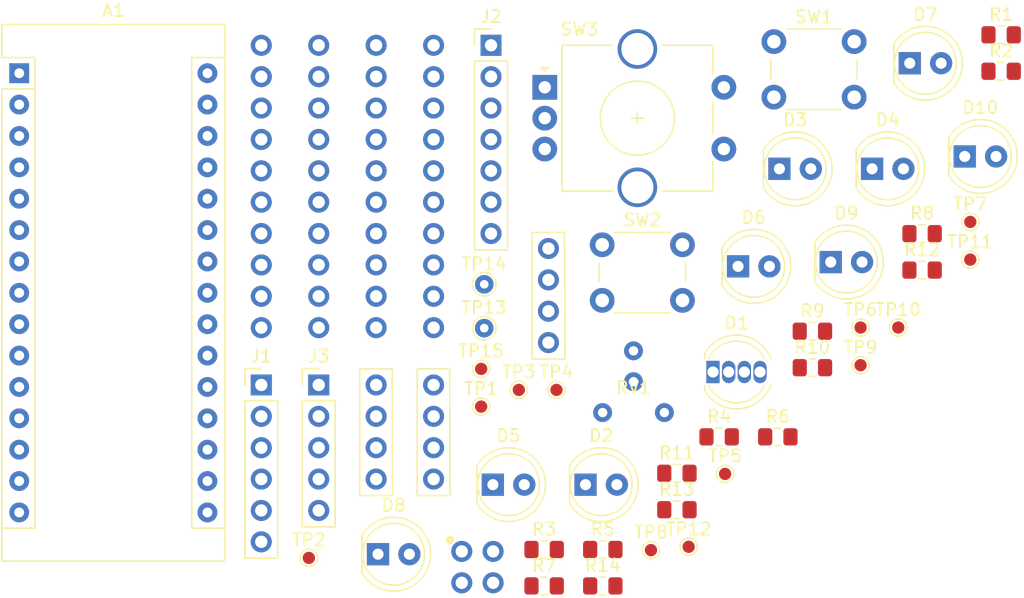
<source format=kicad_pcb>
(kicad_pcb (version 20171130) (host pcbnew "(5.1.0)-1")

  (general
    (thickness 1.6)
    (drawings 0)
    (tracks 0)
    (zones 0)
    (modules 55)
    (nets 32)
  )

  (page A4)
  (layers
    (0 F.Cu signal)
    (31 B.Cu signal)
    (32 B.Adhes user)
    (33 F.Adhes user)
    (34 B.Paste user)
    (35 F.Paste user)
    (36 B.SilkS user)
    (37 F.SilkS user)
    (38 B.Mask user)
    (39 F.Mask user)
    (40 Dwgs.User user)
    (41 Cmts.User user)
    (42 Eco1.User user)
    (43 Eco2.User user)
    (44 Edge.Cuts user)
    (45 Margin user)
    (46 B.CrtYd user)
    (47 F.CrtYd user)
    (48 B.Fab user)
    (49 F.Fab user hide)
  )

  (setup
    (last_trace_width 0.25)
    (user_trace_width 0.25)
    (user_trace_width 0.3)
    (user_trace_width 0.4)
    (trace_clearance 0.2)
    (zone_clearance 0.508)
    (zone_45_only no)
    (trace_min 0.2)
    (via_size 0.8)
    (via_drill 0.4)
    (via_min_size 0.4)
    (via_min_drill 0.3)
    (user_via 0.6 0.3)
    (user_via 0.8 0.4)
    (uvia_size 0.3)
    (uvia_drill 0.1)
    (uvias_allowed no)
    (uvia_min_size 0.2)
    (uvia_min_drill 0.1)
    (edge_width 0.15)
    (segment_width 0.2)
    (pcb_text_width 0.3)
    (pcb_text_size 1.5 1.5)
    (mod_edge_width 0.12)
    (mod_text_size 1 1)
    (mod_text_width 0.15)
    (pad_size 1.524 1.524)
    (pad_drill 0.762)
    (pad_to_mask_clearance 0.051)
    (solder_mask_min_width 0.1)
    (aux_axis_origin 0 0)
    (visible_elements 7FFFFFFF)
    (pcbplotparams
      (layerselection 0x010fc_ffffffff)
      (usegerberextensions false)
      (usegerberattributes false)
      (usegerberadvancedattributes false)
      (creategerberjobfile false)
      (excludeedgelayer true)
      (linewidth 0.100000)
      (plotframeref false)
      (viasonmask false)
      (mode 1)
      (useauxorigin false)
      (hpglpennumber 1)
      (hpglpenspeed 20)
      (hpglpendiameter 15.000000)
      (psnegative false)
      (psa4output false)
      (plotreference true)
      (plotvalue true)
      (plotinvisibletext false)
      (padsonsilk false)
      (subtractmaskfromsilk false)
      (outputformat 1)
      (mirror false)
      (drillshape 1)
      (scaleselection 1)
      (outputdirectory ""))
  )

  (net 0 "")
  (net 1 /TX)
  (net 2 /RX)
  (net 3 /CHARILE_1)
  (net 4 GND)
  (net 5 /CHARILE_2)
  (net 6 /BUTTON_1)
  (net 7 /CHARILE_3)
  (net 8 /LED_RED)
  (net 9 /CHARILE_4)
  (net 10 /BUTTON_2)
  (net 11 /SDA)
  (net 12 /LED_GREEN)
  (net 13 /SCL)
  (net 14 /LED_BLUE)
  (net 15 /POT)
  (net 16 /ENCODER_A)
  (net 17 /ENCODER_B)
  (net 18 +5V)
  (net 19 /ENCODER_SW)
  (net 20 /MOSI)
  (net 21 /MISO)
  (net 22 /SCK)
  (net 23 "Net-(D1-Pad1)")
  (net 24 "Net-(D10-Pad2)")
  (net 25 "Net-(D2-Pad2)")
  (net 26 "Net-(D10-Pad1)")
  (net 27 "Net-(D3-Pad2)")
  (net 28 "Net-(D1-Pad3)")
  (net 29 "Net-(D1-Pad4)")
  (net 30 +3V3)
  (net 31 /nSS)

  (net_class Default "This is the default net class."
    (clearance 0.2)
    (trace_width 0.25)
    (via_dia 0.8)
    (via_drill 0.4)
    (uvia_dia 0.3)
    (uvia_drill 0.1)
    (add_net +3V3)
    (add_net +5V)
    (add_net /BUTTON_1)
    (add_net /BUTTON_2)
    (add_net /CHARILE_1)
    (add_net /CHARILE_2)
    (add_net /CHARILE_3)
    (add_net /CHARILE_4)
    (add_net /ENCODER_A)
    (add_net /ENCODER_B)
    (add_net /ENCODER_SW)
    (add_net /LED_BLUE)
    (add_net /LED_GREEN)
    (add_net /LED_RED)
    (add_net /MISO)
    (add_net /MOSI)
    (add_net /POT)
    (add_net /RX)
    (add_net /SCK)
    (add_net /SCL)
    (add_net /SDA)
    (add_net /TX)
    (add_net /nSS)
    (add_net GND)
    (add_net "Net-(D1-Pad1)")
    (add_net "Net-(D1-Pad3)")
    (add_net "Net-(D1-Pad4)")
    (add_net "Net-(D10-Pad1)")
    (add_net "Net-(D10-Pad2)")
    (add_net "Net-(D2-Pad2)")
    (add_net "Net-(D3-Pad2)")
  )

  (module uC101:PotentiometerAliExpress (layer F.Cu) (tedit 5CB129AB) (tstamp 5CB138FB)
    (at 212.790001 76.260001)
    (path /5CA85968)
    (fp_text reference RV1 (at 0 0.5) (layer F.SilkS)
      (effects (font (size 1 1) (thickness 0.15)))
    )
    (fp_text value "10K Pot" (at 0 -5) (layer F.Fab)
      (effects (font (size 1 1) (thickness 0.15)))
    )
    (fp_line (start 4 4) (end -4 4) (layer F.CrtYd) (width 0.12))
    (fp_line (start 4 -4) (end 4 4) (layer F.CrtYd) (width 0.12))
    (fp_line (start -4 -4) (end 4 -4) (layer F.CrtYd) (width 0.12))
    (fp_line (start -4 4) (end -4 -4) (layer F.CrtYd) (width 0.12))
    (pad 1 thru_hole circle (at -2.5 2.5) (size 1.524 1.524) (drill 0.762) (layers *.Cu *.Mask)
      (net 4 GND))
    (pad 3 thru_hole circle (at 2.5 2.5) (size 1.524 1.524) (drill 0.762) (layers *.Cu *.Mask)
      (net 18 +5V))
    (pad 2 thru_hole circle (at 0 -2.5) (size 1.524 1.524) (drill 0.762) (layers *.Cu *.Mask)
      (net 15 /POT))
    (pad 2 thru_hole circle (at 0 0) (size 1.524 1.524) (drill 0.762) (layers *.Cu *.Mask)
      (net 15 /POT))
    (model ${KIPRJMOD}/Libraries/3dModels.3dshapes/Pot.step
      (offset (xyz 0 0 -6))
      (scale (xyz 1 1 1))
      (rotate (xyz -90 0 0))
    )
  )

  (module Module:Arduino_Nano (layer F.Cu) (tedit 5CB128F3) (tstamp 5CB1364D)
    (at 163.055001 51.285001)
    (descr "Arduino Nano, http://www.mouser.com/pdfdocs/Gravitech_Arduino_Nano3_0.pdf")
    (tags "Arduino Nano")
    (path /5CA84547)
    (fp_text reference A1 (at 7.62 -5.08) (layer F.SilkS)
      (effects (font (size 1 1) (thickness 0.15)))
    )
    (fp_text value Arduino_Nano_v3.x (at 8.89 19.05 90) (layer F.Fab)
      (effects (font (size 1 1) (thickness 0.15)))
    )
    (fp_text user %R (at 6.35 19.05 90) (layer F.Fab)
      (effects (font (size 1 1) (thickness 0.15)))
    )
    (fp_line (start 1.27 1.27) (end 1.27 -1.27) (layer F.SilkS) (width 0.12))
    (fp_line (start 1.27 -1.27) (end -1.4 -1.27) (layer F.SilkS) (width 0.12))
    (fp_line (start -1.4 1.27) (end -1.4 39.5) (layer F.SilkS) (width 0.12))
    (fp_line (start -1.4 -3.94) (end -1.4 -1.27) (layer F.SilkS) (width 0.12))
    (fp_line (start 13.97 -1.27) (end 16.64 -1.27) (layer F.SilkS) (width 0.12))
    (fp_line (start 13.97 -1.27) (end 13.97 36.83) (layer F.SilkS) (width 0.12))
    (fp_line (start 13.97 36.83) (end 16.64 36.83) (layer F.SilkS) (width 0.12))
    (fp_line (start 1.27 1.27) (end -1.4 1.27) (layer F.SilkS) (width 0.12))
    (fp_line (start 1.27 1.27) (end 1.27 36.83) (layer F.SilkS) (width 0.12))
    (fp_line (start 1.27 36.83) (end -1.4 36.83) (layer F.SilkS) (width 0.12))
    (fp_line (start 3.81 31.75) (end 11.43 31.75) (layer F.Fab) (width 0.1))
    (fp_line (start 11.43 31.75) (end 11.43 41.91) (layer F.Fab) (width 0.1))
    (fp_line (start 11.43 41.91) (end 3.81 41.91) (layer F.Fab) (width 0.1))
    (fp_line (start 3.81 41.91) (end 3.81 31.75) (layer F.Fab) (width 0.1))
    (fp_line (start -1.4 39.5) (end 16.64 39.5) (layer F.SilkS) (width 0.12))
    (fp_line (start 16.64 39.5) (end 16.64 -3.94) (layer F.SilkS) (width 0.12))
    (fp_line (start 16.64 -3.94) (end -1.4 -3.94) (layer F.SilkS) (width 0.12))
    (fp_line (start 16.51 39.37) (end -1.27 39.37) (layer F.Fab) (width 0.1))
    (fp_line (start -1.27 39.37) (end -1.27 -2.54) (layer F.Fab) (width 0.1))
    (fp_line (start -1.27 -2.54) (end 0 -3.81) (layer F.Fab) (width 0.1))
    (fp_line (start 0 -3.81) (end 16.51 -3.81) (layer F.Fab) (width 0.1))
    (fp_line (start 16.51 -3.81) (end 16.51 39.37) (layer F.Fab) (width 0.1))
    (fp_line (start -1.53 -4.06) (end 16.75 -4.06) (layer F.CrtYd) (width 0.05))
    (fp_line (start -1.53 -4.06) (end -1.53 42.16) (layer F.CrtYd) (width 0.05))
    (fp_line (start 16.75 42.16) (end 16.75 -4.06) (layer F.CrtYd) (width 0.05))
    (fp_line (start 16.75 42.16) (end -1.53 42.16) (layer F.CrtYd) (width 0.05))
    (pad 1 thru_hole rect (at 0 0) (size 1.6 1.6) (drill 0.8) (layers *.Cu *.Mask)
      (net 1 /TX))
    (pad 17 thru_hole oval (at 15.24 33.02) (size 1.6 1.6) (drill 0.8) (layers *.Cu *.Mask)
      (net 30 +3V3))
    (pad 2 thru_hole oval (at 0 2.54) (size 1.6 1.6) (drill 0.8) (layers *.Cu *.Mask)
      (net 2 /RX))
    (pad 18 thru_hole oval (at 15.24 30.48) (size 1.6 1.6) (drill 0.8) (layers *.Cu *.Mask))
    (pad 3 thru_hole oval (at 0 5.08) (size 1.6 1.6) (drill 0.8) (layers *.Cu *.Mask))
    (pad 19 thru_hole oval (at 15.24 27.94) (size 1.6 1.6) (drill 0.8) (layers *.Cu *.Mask)
      (net 7 /CHARILE_3))
    (pad 4 thru_hole oval (at 0 7.62) (size 1.6 1.6) (drill 0.8) (layers *.Cu *.Mask)
      (net 4 GND))
    (pad 20 thru_hole oval (at 15.24 25.4) (size 1.6 1.6) (drill 0.8) (layers *.Cu *.Mask)
      (net 9 /CHARILE_4))
    (pad 5 thru_hole oval (at 0 10.16) (size 1.6 1.6) (drill 0.8) (layers *.Cu *.Mask)
      (net 6 /BUTTON_1))
    (pad 21 thru_hole oval (at 15.24 22.86) (size 1.6 1.6) (drill 0.8) (layers *.Cu *.Mask)
      (net 5 /CHARILE_2))
    (pad 6 thru_hole oval (at 0 12.7) (size 1.6 1.6) (drill 0.8) (layers *.Cu *.Mask)
      (net 8 /LED_RED))
    (pad 22 thru_hole oval (at 15.24 20.32) (size 1.6 1.6) (drill 0.8) (layers *.Cu *.Mask)
      (net 3 /CHARILE_1))
    (pad 7 thru_hole oval (at 0 15.24) (size 1.6 1.6) (drill 0.8) (layers *.Cu *.Mask)
      (net 10 /BUTTON_2))
    (pad 23 thru_hole oval (at 15.24 17.78) (size 1.6 1.6) (drill 0.8) (layers *.Cu *.Mask)
      (net 11 /SDA))
    (pad 8 thru_hole oval (at 0 17.78) (size 1.6 1.6) (drill 0.8) (layers *.Cu *.Mask)
      (net 12 /LED_GREEN))
    (pad 24 thru_hole oval (at 15.24 15.24) (size 1.6 1.6) (drill 0.8) (layers *.Cu *.Mask)
      (net 13 /SCL))
    (pad 9 thru_hole oval (at 0 20.32) (size 1.6 1.6) (drill 0.8) (layers *.Cu *.Mask)
      (net 14 /LED_BLUE))
    (pad 25 thru_hole oval (at 15.24 12.7) (size 1.6 1.6) (drill 0.8) (layers *.Cu *.Mask)
      (net 15 /POT))
    (pad 10 thru_hole oval (at 0 22.86) (size 1.6 1.6) (drill 0.8) (layers *.Cu *.Mask)
      (net 17 /ENCODER_B))
    (pad 26 thru_hole oval (at 15.24 10.16) (size 1.6 1.6) (drill 0.8) (layers *.Cu *.Mask))
    (pad 11 thru_hole oval (at 0 25.4) (size 1.6 1.6) (drill 0.8) (layers *.Cu *.Mask)
      (net 16 /ENCODER_A))
    (pad 27 thru_hole oval (at 15.24 7.62) (size 1.6 1.6) (drill 0.8) (layers *.Cu *.Mask)
      (net 18 +5V))
    (pad 12 thru_hole oval (at 0 27.94) (size 1.6 1.6) (drill 0.8) (layers *.Cu *.Mask)
      (net 19 /ENCODER_SW))
    (pad 28 thru_hole oval (at 15.24 5.08) (size 1.6 1.6) (drill 0.8) (layers *.Cu *.Mask))
    (pad 13 thru_hole oval (at 0 30.48) (size 1.6 1.6) (drill 0.8) (layers *.Cu *.Mask)
      (net 31 /nSS))
    (pad 29 thru_hole oval (at 15.24 2.54) (size 1.6 1.6) (drill 0.8) (layers *.Cu *.Mask)
      (net 4 GND))
    (pad 14 thru_hole oval (at 0 33.02) (size 1.6 1.6) (drill 0.8) (layers *.Cu *.Mask)
      (net 20 /MOSI))
    (pad 30 thru_hole oval (at 15.24 0) (size 1.6 1.6) (drill 0.8) (layers *.Cu *.Mask))
    (pad 15 thru_hole oval (at 0 35.56) (size 1.6 1.6) (drill 0.8) (layers *.Cu *.Mask)
      (net 21 /MISO))
    (pad 16 thru_hole oval (at 15.24 35.56) (size 1.6 1.6) (drill 0.8) (layers *.Cu *.Mask)
      (net 22 /SCK))
    (model ${KISYS3DMOD}/Module.3dshapes/Arduino_Nano_WithMountingHoles.wrl
      (at (xyz 0 0 0))
      (scale (xyz 1 1 1))
      (rotate (xyz 0 -20 0))
    )
    (model "${KIPRJMOD}/Libraries/3dModels.3dshapes/arduino nano.STEP"
      (offset (xyz 0 0 2.5))
      (scale (xyz 1 1 1))
      (rotate (xyz -90 0 90))
    )
  )

  (module LED_THT:LED_D5.0mm-4_RGB (layer F.Cu) (tedit 5B74EEBE) (tstamp 5CB13663)
    (at 219.225001 75.475001)
    (descr "LED, diameter 5.0mm, 2 pins, diameter 5.0mm, 3 pins, diameter 5.0mm, 4 pins, http://www.kingbright.com/attachments/file/psearch/000/00/00/L-154A4SUREQBFZGEW(Ver.9A).pdf")
    (tags "LED diameter 5.0mm 2 pins diameter 5.0mm 3 pins diameter 5.0mm 4 pins RGB RGBLED")
    (path /5CA90E57)
    (fp_text reference D1 (at 1.905 -3.96) (layer F.SilkS)
      (effects (font (size 1 1) (thickness 0.15)))
    )
    (fp_text value LED_RAGB (at 1.905 3.96) (layer F.Fab)
      (effects (font (size 1 1) (thickness 0.15)))
    )
    (fp_arc (start 1.905 0) (end -0.595 -1.469694) (angle 299.1) (layer F.Fab) (width 0.1))
    (fp_arc (start 1.905 0) (end -0.655 -1.54483) (angle 127.7) (layer F.SilkS) (width 0.12))
    (fp_arc (start 1.905 0) (end -0.655 1.54483) (angle -127.7) (layer F.SilkS) (width 0.12))
    (fp_arc (start 1.905 0) (end -0.349684 -1.08) (angle 128.8) (layer F.SilkS) (width 0.12))
    (fp_arc (start 1.905 0) (end -0.349684 1.08) (angle -128.8) (layer F.SilkS) (width 0.12))
    (fp_circle (center 1.905 0) (end 4.405 0) (layer F.Fab) (width 0.1))
    (fp_line (start -0.595 -1.469694) (end -0.595 1.469694) (layer F.Fab) (width 0.1))
    (fp_line (start -0.655 -1.545) (end -0.655 -1.08) (layer F.SilkS) (width 0.12))
    (fp_line (start -0.655 1.08) (end -0.655 1.545) (layer F.SilkS) (width 0.12))
    (fp_line (start -1.35 -3.25) (end -1.35 3.25) (layer F.CrtYd) (width 0.05))
    (fp_line (start -1.35 3.25) (end 5.15 3.25) (layer F.CrtYd) (width 0.05))
    (fp_line (start 5.15 3.25) (end 5.15 -3.25) (layer F.CrtYd) (width 0.05))
    (fp_line (start 5.15 -3.25) (end -1.35 -3.25) (layer F.CrtYd) (width 0.05))
    (fp_text user %R (at 1.905 -3.96) (layer F.Fab)
      (effects (font (size 1 1) (thickness 0.15)))
    )
    (pad 1 thru_hole rect (at 0 0) (size 1.07 1.8) (drill 0.9) (layers *.Cu *.Mask)
      (net 23 "Net-(D1-Pad1)"))
    (pad 2 thru_hole oval (at 1.27 0) (size 1.07 1.8) (drill 0.9) (layers *.Cu *.Mask)
      (net 18 +5V))
    (pad 3 thru_hole oval (at 2.54 0) (size 1.07 1.8) (drill 0.9) (layers *.Cu *.Mask)
      (net 28 "Net-(D1-Pad3)"))
    (pad 4 thru_hole oval (at 3.81 0) (size 1.07 1.8) (drill 0.9) (layers *.Cu *.Mask)
      (net 29 "Net-(D1-Pad4)"))
    (model ${KISYS3DMOD}/LED_THT.3dshapes/LED_D5.0mm-4_RGB.wrl
      (at (xyz 0 0 0))
      (scale (xyz 1 1 1))
      (rotate (xyz 0 0 0))
    )
  )

  (module LED_THT:LED_D5.0mm (layer F.Cu) (tedit 5995936A) (tstamp 5CB13675)
    (at 208.905001 84.595001)
    (descr "LED, diameter 5.0mm, 2 pins, http://cdn-reichelt.de/documents/datenblatt/A500/LL-504BC2E-009.pdf")
    (tags "LED diameter 5.0mm 2 pins")
    (path /5CA94690)
    (fp_text reference D2 (at 1.27 -3.96) (layer F.SilkS)
      (effects (font (size 1 1) (thickness 0.15)))
    )
    (fp_text value LED (at 1.27 3.96) (layer F.Fab)
      (effects (font (size 1 1) (thickness 0.15)))
    )
    (fp_text user %R (at 1.25 0) (layer F.Fab)
      (effects (font (size 0.8 0.8) (thickness 0.2)))
    )
    (fp_line (start 4.5 -3.25) (end -1.95 -3.25) (layer F.CrtYd) (width 0.05))
    (fp_line (start 4.5 3.25) (end 4.5 -3.25) (layer F.CrtYd) (width 0.05))
    (fp_line (start -1.95 3.25) (end 4.5 3.25) (layer F.CrtYd) (width 0.05))
    (fp_line (start -1.95 -3.25) (end -1.95 3.25) (layer F.CrtYd) (width 0.05))
    (fp_line (start -1.29 -1.545) (end -1.29 1.545) (layer F.SilkS) (width 0.12))
    (fp_line (start -1.23 -1.469694) (end -1.23 1.469694) (layer F.Fab) (width 0.1))
    (fp_circle (center 1.27 0) (end 3.77 0) (layer F.SilkS) (width 0.12))
    (fp_circle (center 1.27 0) (end 3.77 0) (layer F.Fab) (width 0.1))
    (fp_arc (start 1.27 0) (end -1.29 1.54483) (angle -148.9) (layer F.SilkS) (width 0.12))
    (fp_arc (start 1.27 0) (end -1.29 -1.54483) (angle 148.9) (layer F.SilkS) (width 0.12))
    (fp_arc (start 1.27 0) (end -1.23 -1.469694) (angle 299.1) (layer F.Fab) (width 0.1))
    (pad 2 thru_hole circle (at 2.54 0) (size 1.8 1.8) (drill 0.9) (layers *.Cu *.Mask)
      (net 25 "Net-(D2-Pad2)"))
    (pad 1 thru_hole rect (at 0 0) (size 1.8 1.8) (drill 0.9) (layers *.Cu *.Mask)
      (net 24 "Net-(D10-Pad2)"))
    (model ${KISYS3DMOD}/LED_THT.3dshapes/LED_D5.0mm.wrl
      (at (xyz 0 0 0))
      (scale (xyz 1 1 1))
      (rotate (xyz 0 0 0))
    )
  )

  (module LED_THT:LED_D5.0mm (layer F.Cu) (tedit 5995936A) (tstamp 5CB13687)
    (at 224.605001 59.025001)
    (descr "LED, diameter 5.0mm, 2 pins, http://cdn-reichelt.de/documents/datenblatt/A500/LL-504BC2E-009.pdf")
    (tags "LED diameter 5.0mm 2 pins")
    (path /5CABE221)
    (fp_text reference D3 (at 1.27 -3.96) (layer F.SilkS)
      (effects (font (size 1 1) (thickness 0.15)))
    )
    (fp_text value LED (at 1.27 3.96) (layer F.Fab)
      (effects (font (size 1 1) (thickness 0.15)))
    )
    (fp_text user %R (at 1.25 0) (layer F.Fab)
      (effects (font (size 0.8 0.8) (thickness 0.2)))
    )
    (fp_line (start 4.5 -3.25) (end -1.95 -3.25) (layer F.CrtYd) (width 0.05))
    (fp_line (start 4.5 3.25) (end 4.5 -3.25) (layer F.CrtYd) (width 0.05))
    (fp_line (start -1.95 3.25) (end 4.5 3.25) (layer F.CrtYd) (width 0.05))
    (fp_line (start -1.95 -3.25) (end -1.95 3.25) (layer F.CrtYd) (width 0.05))
    (fp_line (start -1.29 -1.545) (end -1.29 1.545) (layer F.SilkS) (width 0.12))
    (fp_line (start -1.23 -1.469694) (end -1.23 1.469694) (layer F.Fab) (width 0.1))
    (fp_circle (center 1.27 0) (end 3.77 0) (layer F.SilkS) (width 0.12))
    (fp_circle (center 1.27 0) (end 3.77 0) (layer F.Fab) (width 0.1))
    (fp_arc (start 1.27 0) (end -1.29 1.54483) (angle -148.9) (layer F.SilkS) (width 0.12))
    (fp_arc (start 1.27 0) (end -1.29 -1.54483) (angle 148.9) (layer F.SilkS) (width 0.12))
    (fp_arc (start 1.27 0) (end -1.23 -1.469694) (angle 299.1) (layer F.Fab) (width 0.1))
    (pad 2 thru_hole circle (at 2.54 0) (size 1.8 1.8) (drill 0.9) (layers *.Cu *.Mask)
      (net 27 "Net-(D3-Pad2)"))
    (pad 1 thru_hole rect (at 0 0) (size 1.8 1.8) (drill 0.9) (layers *.Cu *.Mask)
      (net 26 "Net-(D10-Pad1)"))
    (model ${KISYS3DMOD}/LED_THT.3dshapes/LED_D5.0mm.wrl
      (at (xyz 0 0 0))
      (scale (xyz 1 1 1))
      (rotate (xyz 0 0 0))
    )
  )

  (module LED_THT:LED_D5.0mm (layer F.Cu) (tedit 5995936A) (tstamp 5CB13699)
    (at 232.105001 59.025001)
    (descr "LED, diameter 5.0mm, 2 pins, http://cdn-reichelt.de/documents/datenblatt/A500/LL-504BC2E-009.pdf")
    (tags "LED diameter 5.0mm 2 pins")
    (path /5CA94B8E)
    (fp_text reference D4 (at 1.27 -3.96) (layer F.SilkS)
      (effects (font (size 1 1) (thickness 0.15)))
    )
    (fp_text value LED (at 1.27 3.96) (layer F.Fab)
      (effects (font (size 1 1) (thickness 0.15)))
    )
    (fp_arc (start 1.27 0) (end -1.23 -1.469694) (angle 299.1) (layer F.Fab) (width 0.1))
    (fp_arc (start 1.27 0) (end -1.29 -1.54483) (angle 148.9) (layer F.SilkS) (width 0.12))
    (fp_arc (start 1.27 0) (end -1.29 1.54483) (angle -148.9) (layer F.SilkS) (width 0.12))
    (fp_circle (center 1.27 0) (end 3.77 0) (layer F.Fab) (width 0.1))
    (fp_circle (center 1.27 0) (end 3.77 0) (layer F.SilkS) (width 0.12))
    (fp_line (start -1.23 -1.469694) (end -1.23 1.469694) (layer F.Fab) (width 0.1))
    (fp_line (start -1.29 -1.545) (end -1.29 1.545) (layer F.SilkS) (width 0.12))
    (fp_line (start -1.95 -3.25) (end -1.95 3.25) (layer F.CrtYd) (width 0.05))
    (fp_line (start -1.95 3.25) (end 4.5 3.25) (layer F.CrtYd) (width 0.05))
    (fp_line (start 4.5 3.25) (end 4.5 -3.25) (layer F.CrtYd) (width 0.05))
    (fp_line (start 4.5 -3.25) (end -1.95 -3.25) (layer F.CrtYd) (width 0.05))
    (fp_text user %R (at 1.25 0) (layer F.Fab)
      (effects (font (size 0.8 0.8) (thickness 0.2)))
    )
    (pad 1 thru_hole rect (at 0 0) (size 1.8 1.8) (drill 0.9) (layers *.Cu *.Mask)
      (net 25 "Net-(D2-Pad2)"))
    (pad 2 thru_hole circle (at 2.54 0) (size 1.8 1.8) (drill 0.9) (layers *.Cu *.Mask)
      (net 24 "Net-(D10-Pad2)"))
    (model ${KISYS3DMOD}/LED_THT.3dshapes/LED_D5.0mm.wrl
      (at (xyz 0 0 0))
      (scale (xyz 1 1 1))
      (rotate (xyz 0 0 0))
    )
  )

  (module LED_THT:LED_D5.0mm (layer F.Cu) (tedit 5995936A) (tstamp 5CB136AB)
    (at 201.405001 84.595001)
    (descr "LED, diameter 5.0mm, 2 pins, http://cdn-reichelt.de/documents/datenblatt/A500/LL-504BC2E-009.pdf")
    (tags "LED diameter 5.0mm 2 pins")
    (path /5CABE227)
    (fp_text reference D5 (at 1.27 -3.96) (layer F.SilkS)
      (effects (font (size 1 1) (thickness 0.15)))
    )
    (fp_text value LED (at 1.27 3.96) (layer F.Fab)
      (effects (font (size 1 1) (thickness 0.15)))
    )
    (fp_arc (start 1.27 0) (end -1.23 -1.469694) (angle 299.1) (layer F.Fab) (width 0.1))
    (fp_arc (start 1.27 0) (end -1.29 -1.54483) (angle 148.9) (layer F.SilkS) (width 0.12))
    (fp_arc (start 1.27 0) (end -1.29 1.54483) (angle -148.9) (layer F.SilkS) (width 0.12))
    (fp_circle (center 1.27 0) (end 3.77 0) (layer F.Fab) (width 0.1))
    (fp_circle (center 1.27 0) (end 3.77 0) (layer F.SilkS) (width 0.12))
    (fp_line (start -1.23 -1.469694) (end -1.23 1.469694) (layer F.Fab) (width 0.1))
    (fp_line (start -1.29 -1.545) (end -1.29 1.545) (layer F.SilkS) (width 0.12))
    (fp_line (start -1.95 -3.25) (end -1.95 3.25) (layer F.CrtYd) (width 0.05))
    (fp_line (start -1.95 3.25) (end 4.5 3.25) (layer F.CrtYd) (width 0.05))
    (fp_line (start 4.5 3.25) (end 4.5 -3.25) (layer F.CrtYd) (width 0.05))
    (fp_line (start 4.5 -3.25) (end -1.95 -3.25) (layer F.CrtYd) (width 0.05))
    (fp_text user %R (at 1.25 0) (layer F.Fab)
      (effects (font (size 0.8 0.8) (thickness 0.2)))
    )
    (pad 1 thru_hole rect (at 0 0) (size 1.8 1.8) (drill 0.9) (layers *.Cu *.Mask)
      (net 27 "Net-(D3-Pad2)"))
    (pad 2 thru_hole circle (at 2.54 0) (size 1.8 1.8) (drill 0.9) (layers *.Cu *.Mask)
      (net 26 "Net-(D10-Pad1)"))
    (model ${KISYS3DMOD}/LED_THT.3dshapes/LED_D5.0mm.wrl
      (at (xyz 0 0 0))
      (scale (xyz 1 1 1))
      (rotate (xyz 0 0 0))
    )
  )

  (module LED_THT:LED_D5.0mm (layer F.Cu) (tedit 5995936A) (tstamp 5CB136BD)
    (at 221.255001 66.925001)
    (descr "LED, diameter 5.0mm, 2 pins, http://cdn-reichelt.de/documents/datenblatt/A500/LL-504BC2E-009.pdf")
    (tags "LED diameter 5.0mm 2 pins")
    (path /5CABCD8B)
    (fp_text reference D6 (at 1.27 -3.96) (layer F.SilkS)
      (effects (font (size 1 1) (thickness 0.15)))
    )
    (fp_text value LED (at 1.27 3.96) (layer F.Fab)
      (effects (font (size 1 1) (thickness 0.15)))
    )
    (fp_text user %R (at 1.25 0) (layer F.Fab)
      (effects (font (size 0.8 0.8) (thickness 0.2)))
    )
    (fp_line (start 4.5 -3.25) (end -1.95 -3.25) (layer F.CrtYd) (width 0.05))
    (fp_line (start 4.5 3.25) (end 4.5 -3.25) (layer F.CrtYd) (width 0.05))
    (fp_line (start -1.95 3.25) (end 4.5 3.25) (layer F.CrtYd) (width 0.05))
    (fp_line (start -1.95 -3.25) (end -1.95 3.25) (layer F.CrtYd) (width 0.05))
    (fp_line (start -1.29 -1.545) (end -1.29 1.545) (layer F.SilkS) (width 0.12))
    (fp_line (start -1.23 -1.469694) (end -1.23 1.469694) (layer F.Fab) (width 0.1))
    (fp_circle (center 1.27 0) (end 3.77 0) (layer F.SilkS) (width 0.12))
    (fp_circle (center 1.27 0) (end 3.77 0) (layer F.Fab) (width 0.1))
    (fp_arc (start 1.27 0) (end -1.29 1.54483) (angle -148.9) (layer F.SilkS) (width 0.12))
    (fp_arc (start 1.27 0) (end -1.29 -1.54483) (angle 148.9) (layer F.SilkS) (width 0.12))
    (fp_arc (start 1.27 0) (end -1.23 -1.469694) (angle 299.1) (layer F.Fab) (width 0.1))
    (pad 2 thru_hole circle (at 2.54 0) (size 1.8 1.8) (drill 0.9) (layers *.Cu *.Mask)
      (net 24 "Net-(D10-Pad2)"))
    (pad 1 thru_hole rect (at 0 0) (size 1.8 1.8) (drill 0.9) (layers *.Cu *.Mask)
      (net 27 "Net-(D3-Pad2)"))
    (model ${KISYS3DMOD}/LED_THT.3dshapes/LED_D5.0mm.wrl
      (at (xyz 0 0 0))
      (scale (xyz 1 1 1))
      (rotate (xyz 0 0 0))
    )
  )

  (module LED_THT:LED_D5.0mm (layer F.Cu) (tedit 5995936A) (tstamp 5CB136CF)
    (at 235.155001 50.475001)
    (descr "LED, diameter 5.0mm, 2 pins, http://cdn-reichelt.de/documents/datenblatt/A500/LL-504BC2E-009.pdf")
    (tags "LED diameter 5.0mm 2 pins")
    (path /5CABCD91)
    (fp_text reference D7 (at 1.27 -3.96) (layer F.SilkS)
      (effects (font (size 1 1) (thickness 0.15)))
    )
    (fp_text value LED (at 1.27 3.96) (layer F.Fab)
      (effects (font (size 1 1) (thickness 0.15)))
    )
    (fp_arc (start 1.27 0) (end -1.23 -1.469694) (angle 299.1) (layer F.Fab) (width 0.1))
    (fp_arc (start 1.27 0) (end -1.29 -1.54483) (angle 148.9) (layer F.SilkS) (width 0.12))
    (fp_arc (start 1.27 0) (end -1.29 1.54483) (angle -148.9) (layer F.SilkS) (width 0.12))
    (fp_circle (center 1.27 0) (end 3.77 0) (layer F.Fab) (width 0.1))
    (fp_circle (center 1.27 0) (end 3.77 0) (layer F.SilkS) (width 0.12))
    (fp_line (start -1.23 -1.469694) (end -1.23 1.469694) (layer F.Fab) (width 0.1))
    (fp_line (start -1.29 -1.545) (end -1.29 1.545) (layer F.SilkS) (width 0.12))
    (fp_line (start -1.95 -3.25) (end -1.95 3.25) (layer F.CrtYd) (width 0.05))
    (fp_line (start -1.95 3.25) (end 4.5 3.25) (layer F.CrtYd) (width 0.05))
    (fp_line (start 4.5 3.25) (end 4.5 -3.25) (layer F.CrtYd) (width 0.05))
    (fp_line (start 4.5 -3.25) (end -1.95 -3.25) (layer F.CrtYd) (width 0.05))
    (fp_text user %R (at 1.25 0) (layer F.Fab)
      (effects (font (size 0.8 0.8) (thickness 0.2)))
    )
    (pad 1 thru_hole rect (at 0 0) (size 1.8 1.8) (drill 0.9) (layers *.Cu *.Mask)
      (net 24 "Net-(D10-Pad2)"))
    (pad 2 thru_hole circle (at 2.54 0) (size 1.8 1.8) (drill 0.9) (layers *.Cu *.Mask)
      (net 27 "Net-(D3-Pad2)"))
    (model ${KISYS3DMOD}/LED_THT.3dshapes/LED_D5.0mm.wrl
      (at (xyz 0 0 0))
      (scale (xyz 1 1 1))
      (rotate (xyz 0 0 0))
    )
  )

  (module LED_THT:LED_D5.0mm (layer F.Cu) (tedit 5995936A) (tstamp 5CB136E1)
    (at 192.105001 90.225001)
    (descr "LED, diameter 5.0mm, 2 pins, http://cdn-reichelt.de/documents/datenblatt/A500/LL-504BC2E-009.pdf")
    (tags "LED diameter 5.0mm 2 pins")
    (path /5CAC4133)
    (fp_text reference D8 (at 1.27 -3.96) (layer F.SilkS)
      (effects (font (size 1 1) (thickness 0.15)))
    )
    (fp_text value LED (at 1.27 3.96) (layer F.Fab)
      (effects (font (size 1 1) (thickness 0.15)))
    )
    (fp_arc (start 1.27 0) (end -1.23 -1.469694) (angle 299.1) (layer F.Fab) (width 0.1))
    (fp_arc (start 1.27 0) (end -1.29 -1.54483) (angle 148.9) (layer F.SilkS) (width 0.12))
    (fp_arc (start 1.27 0) (end -1.29 1.54483) (angle -148.9) (layer F.SilkS) (width 0.12))
    (fp_circle (center 1.27 0) (end 3.77 0) (layer F.Fab) (width 0.1))
    (fp_circle (center 1.27 0) (end 3.77 0) (layer F.SilkS) (width 0.12))
    (fp_line (start -1.23 -1.469694) (end -1.23 1.469694) (layer F.Fab) (width 0.1))
    (fp_line (start -1.29 -1.545) (end -1.29 1.545) (layer F.SilkS) (width 0.12))
    (fp_line (start -1.95 -3.25) (end -1.95 3.25) (layer F.CrtYd) (width 0.05))
    (fp_line (start -1.95 3.25) (end 4.5 3.25) (layer F.CrtYd) (width 0.05))
    (fp_line (start 4.5 3.25) (end 4.5 -3.25) (layer F.CrtYd) (width 0.05))
    (fp_line (start 4.5 -3.25) (end -1.95 -3.25) (layer F.CrtYd) (width 0.05))
    (fp_text user %R (at 1.25 0) (layer F.Fab)
      (effects (font (size 0.8 0.8) (thickness 0.2)))
    )
    (pad 1 thru_hole rect (at 0 0) (size 1.8 1.8) (drill 0.9) (layers *.Cu *.Mask)
      (net 27 "Net-(D3-Pad2)"))
    (pad 2 thru_hole circle (at 2.54 0) (size 1.8 1.8) (drill 0.9) (layers *.Cu *.Mask)
      (net 25 "Net-(D2-Pad2)"))
    (model ${KISYS3DMOD}/LED_THT.3dshapes/LED_D5.0mm.wrl
      (at (xyz 0 0 0))
      (scale (xyz 1 1 1))
      (rotate (xyz 0 0 0))
    )
  )

  (module LED_THT:LED_D5.0mm (layer F.Cu) (tedit 5995936A) (tstamp 5CB136F3)
    (at 228.755001 66.575001)
    (descr "LED, diameter 5.0mm, 2 pins, http://cdn-reichelt.de/documents/datenblatt/A500/LL-504BC2E-009.pdf")
    (tags "LED diameter 5.0mm 2 pins")
    (path /5CAC4139)
    (fp_text reference D9 (at 1.27 -3.96) (layer F.SilkS)
      (effects (font (size 1 1) (thickness 0.15)))
    )
    (fp_text value LED (at 1.27 3.96) (layer F.Fab)
      (effects (font (size 1 1) (thickness 0.15)))
    )
    (fp_text user %R (at 1.25 0) (layer F.Fab)
      (effects (font (size 0.8 0.8) (thickness 0.2)))
    )
    (fp_line (start 4.5 -3.25) (end -1.95 -3.25) (layer F.CrtYd) (width 0.05))
    (fp_line (start 4.5 3.25) (end 4.5 -3.25) (layer F.CrtYd) (width 0.05))
    (fp_line (start -1.95 3.25) (end 4.5 3.25) (layer F.CrtYd) (width 0.05))
    (fp_line (start -1.95 -3.25) (end -1.95 3.25) (layer F.CrtYd) (width 0.05))
    (fp_line (start -1.29 -1.545) (end -1.29 1.545) (layer F.SilkS) (width 0.12))
    (fp_line (start -1.23 -1.469694) (end -1.23 1.469694) (layer F.Fab) (width 0.1))
    (fp_circle (center 1.27 0) (end 3.77 0) (layer F.SilkS) (width 0.12))
    (fp_circle (center 1.27 0) (end 3.77 0) (layer F.Fab) (width 0.1))
    (fp_arc (start 1.27 0) (end -1.29 1.54483) (angle -148.9) (layer F.SilkS) (width 0.12))
    (fp_arc (start 1.27 0) (end -1.29 -1.54483) (angle 148.9) (layer F.SilkS) (width 0.12))
    (fp_arc (start 1.27 0) (end -1.23 -1.469694) (angle 299.1) (layer F.Fab) (width 0.1))
    (pad 2 thru_hole circle (at 2.54 0) (size 1.8 1.8) (drill 0.9) (layers *.Cu *.Mask)
      (net 27 "Net-(D3-Pad2)"))
    (pad 1 thru_hole rect (at 0 0) (size 1.8 1.8) (drill 0.9) (layers *.Cu *.Mask)
      (net 25 "Net-(D2-Pad2)"))
    (model ${KISYS3DMOD}/LED_THT.3dshapes/LED_D5.0mm.wrl
      (at (xyz 0 0 0))
      (scale (xyz 1 1 1))
      (rotate (xyz 0 0 0))
    )
  )

  (module LED_THT:LED_D5.0mm (layer F.Cu) (tedit 5995936A) (tstamp 5CB13705)
    (at 239.605001 58.025001)
    (descr "LED, diameter 5.0mm, 2 pins, http://cdn-reichelt.de/documents/datenblatt/A500/LL-504BC2E-009.pdf")
    (tags "LED diameter 5.0mm 2 pins")
    (path /5CACB5BA)
    (fp_text reference D10 (at 1.27 -3.96) (layer F.SilkS)
      (effects (font (size 1 1) (thickness 0.15)))
    )
    (fp_text value LED (at 1.27 3.96) (layer F.Fab)
      (effects (font (size 1 1) (thickness 0.15)))
    )
    (fp_arc (start 1.27 0) (end -1.23 -1.469694) (angle 299.1) (layer F.Fab) (width 0.1))
    (fp_arc (start 1.27 0) (end -1.29 -1.54483) (angle 148.9) (layer F.SilkS) (width 0.12))
    (fp_arc (start 1.27 0) (end -1.29 1.54483) (angle -148.9) (layer F.SilkS) (width 0.12))
    (fp_circle (center 1.27 0) (end 3.77 0) (layer F.Fab) (width 0.1))
    (fp_circle (center 1.27 0) (end 3.77 0) (layer F.SilkS) (width 0.12))
    (fp_line (start -1.23 -1.469694) (end -1.23 1.469694) (layer F.Fab) (width 0.1))
    (fp_line (start -1.29 -1.545) (end -1.29 1.545) (layer F.SilkS) (width 0.12))
    (fp_line (start -1.95 -3.25) (end -1.95 3.25) (layer F.CrtYd) (width 0.05))
    (fp_line (start -1.95 3.25) (end 4.5 3.25) (layer F.CrtYd) (width 0.05))
    (fp_line (start 4.5 3.25) (end 4.5 -3.25) (layer F.CrtYd) (width 0.05))
    (fp_line (start 4.5 -3.25) (end -1.95 -3.25) (layer F.CrtYd) (width 0.05))
    (fp_text user %R (at 1.25 0) (layer F.Fab)
      (effects (font (size 0.8 0.8) (thickness 0.2)))
    )
    (pad 1 thru_hole rect (at 0 0) (size 1.8 1.8) (drill 0.9) (layers *.Cu *.Mask)
      (net 26 "Net-(D10-Pad1)"))
    (pad 2 thru_hole circle (at 2.54 0) (size 1.8 1.8) (drill 0.9) (layers *.Cu *.Mask)
      (net 24 "Net-(D10-Pad2)"))
    (model ${KISYS3DMOD}/LED_THT.3dshapes/LED_D5.0mm.wrl
      (at (xyz 0 0 0))
      (scale (xyz 1 1 1))
      (rotate (xyz 0 0 0))
    )
  )

  (module Connector_PinHeader_2.54mm:PinHeader_1x06_P2.54mm_Vertical (layer F.Cu) (tedit 59FED5CC) (tstamp 5CB1371F)
    (at 182.655001 76.525001)
    (descr "Through hole straight pin header, 1x06, 2.54mm pitch, single row")
    (tags "Through hole pin header THT 1x06 2.54mm single row")
    (path /5CBA789B)
    (fp_text reference J1 (at 0 -2.33) (layer F.SilkS)
      (effects (font (size 1 1) (thickness 0.15)))
    )
    (fp_text value "Serial / UART" (at 0 15.03) (layer F.Fab)
      (effects (font (size 1 1) (thickness 0.15)))
    )
    (fp_line (start -0.635 -1.27) (end 1.27 -1.27) (layer F.Fab) (width 0.1))
    (fp_line (start 1.27 -1.27) (end 1.27 13.97) (layer F.Fab) (width 0.1))
    (fp_line (start 1.27 13.97) (end -1.27 13.97) (layer F.Fab) (width 0.1))
    (fp_line (start -1.27 13.97) (end -1.27 -0.635) (layer F.Fab) (width 0.1))
    (fp_line (start -1.27 -0.635) (end -0.635 -1.27) (layer F.Fab) (width 0.1))
    (fp_line (start -1.33 14.03) (end 1.33 14.03) (layer F.SilkS) (width 0.12))
    (fp_line (start -1.33 1.27) (end -1.33 14.03) (layer F.SilkS) (width 0.12))
    (fp_line (start 1.33 1.27) (end 1.33 14.03) (layer F.SilkS) (width 0.12))
    (fp_line (start -1.33 1.27) (end 1.33 1.27) (layer F.SilkS) (width 0.12))
    (fp_line (start -1.33 0) (end -1.33 -1.33) (layer F.SilkS) (width 0.12))
    (fp_line (start -1.33 -1.33) (end 0 -1.33) (layer F.SilkS) (width 0.12))
    (fp_line (start -1.8 -1.8) (end -1.8 14.5) (layer F.CrtYd) (width 0.05))
    (fp_line (start -1.8 14.5) (end 1.8 14.5) (layer F.CrtYd) (width 0.05))
    (fp_line (start 1.8 14.5) (end 1.8 -1.8) (layer F.CrtYd) (width 0.05))
    (fp_line (start 1.8 -1.8) (end -1.8 -1.8) (layer F.CrtYd) (width 0.05))
    (fp_text user %R (at 0 6.35 90) (layer F.Fab)
      (effects (font (size 1 1) (thickness 0.15)))
    )
    (pad 1 thru_hole rect (at 0 0) (size 1.7 1.7) (drill 1) (layers *.Cu *.Mask)
      (net 4 GND))
    (pad 2 thru_hole oval (at 0 2.54) (size 1.7 1.7) (drill 1) (layers *.Cu *.Mask))
    (pad 3 thru_hole oval (at 0 5.08) (size 1.7 1.7) (drill 1) (layers *.Cu *.Mask)
      (net 18 +5V))
    (pad 4 thru_hole oval (at 0 7.62) (size 1.7 1.7) (drill 1) (layers *.Cu *.Mask)
      (net 2 /RX))
    (pad 5 thru_hole oval (at 0 10.16) (size 1.7 1.7) (drill 1) (layers *.Cu *.Mask)
      (net 1 /TX))
    (pad 6 thru_hole oval (at 0 12.7) (size 1.7 1.7) (drill 1) (layers *.Cu *.Mask))
    (model ${KISYS3DMOD}/Connector_PinHeader_2.54mm.3dshapes/PinHeader_1x06_P2.54mm_Vertical.wrl
      (at (xyz 0 0 0))
      (scale (xyz 1 1 1))
      (rotate (xyz 0 0 0))
    )
  )

  (module Connector_PinHeader_2.54mm:PinHeader_1x07_P2.54mm_Vertical (layer F.Cu) (tedit 59FED5CC) (tstamp 5CB1373A)
    (at 201.255001 49.025001)
    (descr "Through hole straight pin header, 1x07, 2.54mm pitch, single row")
    (tags "Through hole pin header THT 1x07 2.54mm single row")
    (path /5CBA13D9)
    (fp_text reference J2 (at 0 -2.33) (layer F.SilkS)
      (effects (font (size 1 1) (thickness 0.15)))
    )
    (fp_text value "SPI Header" (at 0 17.57) (layer F.Fab)
      (effects (font (size 1 1) (thickness 0.15)))
    )
    (fp_line (start -0.635 -1.27) (end 1.27 -1.27) (layer F.Fab) (width 0.1))
    (fp_line (start 1.27 -1.27) (end 1.27 16.51) (layer F.Fab) (width 0.1))
    (fp_line (start 1.27 16.51) (end -1.27 16.51) (layer F.Fab) (width 0.1))
    (fp_line (start -1.27 16.51) (end -1.27 -0.635) (layer F.Fab) (width 0.1))
    (fp_line (start -1.27 -0.635) (end -0.635 -1.27) (layer F.Fab) (width 0.1))
    (fp_line (start -1.33 16.57) (end 1.33 16.57) (layer F.SilkS) (width 0.12))
    (fp_line (start -1.33 1.27) (end -1.33 16.57) (layer F.SilkS) (width 0.12))
    (fp_line (start 1.33 1.27) (end 1.33 16.57) (layer F.SilkS) (width 0.12))
    (fp_line (start -1.33 1.27) (end 1.33 1.27) (layer F.SilkS) (width 0.12))
    (fp_line (start -1.33 0) (end -1.33 -1.33) (layer F.SilkS) (width 0.12))
    (fp_line (start -1.33 -1.33) (end 0 -1.33) (layer F.SilkS) (width 0.12))
    (fp_line (start -1.8 -1.8) (end -1.8 17.05) (layer F.CrtYd) (width 0.05))
    (fp_line (start -1.8 17.05) (end 1.8 17.05) (layer F.CrtYd) (width 0.05))
    (fp_line (start 1.8 17.05) (end 1.8 -1.8) (layer F.CrtYd) (width 0.05))
    (fp_line (start 1.8 -1.8) (end -1.8 -1.8) (layer F.CrtYd) (width 0.05))
    (fp_text user %R (at 0 7.62 90) (layer F.Fab)
      (effects (font (size 1 1) (thickness 0.15)))
    )
    (pad 1 thru_hole rect (at 0 0) (size 1.7 1.7) (drill 1) (layers *.Cu *.Mask)
      (net 30 +3V3))
    (pad 2 thru_hole oval (at 0 2.54) (size 1.7 1.7) (drill 1) (layers *.Cu *.Mask)
      (net 18 +5V))
    (pad 3 thru_hole oval (at 0 5.08) (size 1.7 1.7) (drill 1) (layers *.Cu *.Mask)
      (net 22 /SCK))
    (pad 4 thru_hole oval (at 0 7.62) (size 1.7 1.7) (drill 1) (layers *.Cu *.Mask)
      (net 21 /MISO))
    (pad 5 thru_hole oval (at 0 10.16) (size 1.7 1.7) (drill 1) (layers *.Cu *.Mask)
      (net 20 /MOSI))
    (pad 6 thru_hole oval (at 0 12.7) (size 1.7 1.7) (drill 1) (layers *.Cu *.Mask)
      (net 31 /nSS))
    (pad 7 thru_hole oval (at 0 15.24) (size 1.7 1.7) (drill 1) (layers *.Cu *.Mask)
      (net 4 GND))
    (model ${KISYS3DMOD}/Connector_PinHeader_2.54mm.3dshapes/PinHeader_1x07_P2.54mm_Vertical.wrl
      (at (xyz 0 0 0))
      (scale (xyz 1 1 1))
      (rotate (xyz 0 0 0))
    )
  )

  (module Connector_PinHeader_2.54mm:PinHeader_1x05_P2.54mm_Vertical (layer F.Cu) (tedit 59FED5CC) (tstamp 5CB13753)
    (at 187.305001 76.525001)
    (descr "Through hole straight pin header, 1x05, 2.54mm pitch, single row")
    (tags "Through hole pin header THT 1x05 2.54mm single row")
    (path /5CB384EA)
    (fp_text reference J3 (at 0 -2.33) (layer F.SilkS)
      (effects (font (size 1 1) (thickness 0.15)))
    )
    (fp_text value "I2C Header" (at 0 12.49) (layer F.Fab)
      (effects (font (size 1 1) (thickness 0.15)))
    )
    (fp_line (start -0.635 -1.27) (end 1.27 -1.27) (layer F.Fab) (width 0.1))
    (fp_line (start 1.27 -1.27) (end 1.27 11.43) (layer F.Fab) (width 0.1))
    (fp_line (start 1.27 11.43) (end -1.27 11.43) (layer F.Fab) (width 0.1))
    (fp_line (start -1.27 11.43) (end -1.27 -0.635) (layer F.Fab) (width 0.1))
    (fp_line (start -1.27 -0.635) (end -0.635 -1.27) (layer F.Fab) (width 0.1))
    (fp_line (start -1.33 11.49) (end 1.33 11.49) (layer F.SilkS) (width 0.12))
    (fp_line (start -1.33 1.27) (end -1.33 11.49) (layer F.SilkS) (width 0.12))
    (fp_line (start 1.33 1.27) (end 1.33 11.49) (layer F.SilkS) (width 0.12))
    (fp_line (start -1.33 1.27) (end 1.33 1.27) (layer F.SilkS) (width 0.12))
    (fp_line (start -1.33 0) (end -1.33 -1.33) (layer F.SilkS) (width 0.12))
    (fp_line (start -1.33 -1.33) (end 0 -1.33) (layer F.SilkS) (width 0.12))
    (fp_line (start -1.8 -1.8) (end -1.8 11.95) (layer F.CrtYd) (width 0.05))
    (fp_line (start -1.8 11.95) (end 1.8 11.95) (layer F.CrtYd) (width 0.05))
    (fp_line (start 1.8 11.95) (end 1.8 -1.8) (layer F.CrtYd) (width 0.05))
    (fp_line (start 1.8 -1.8) (end -1.8 -1.8) (layer F.CrtYd) (width 0.05))
    (fp_text user %R (at 0 5.08 90) (layer F.Fab)
      (effects (font (size 1 1) (thickness 0.15)))
    )
    (pad 1 thru_hole rect (at 0 0) (size 1.7 1.7) (drill 1) (layers *.Cu *.Mask)
      (net 30 +3V3))
    (pad 2 thru_hole oval (at 0 2.54) (size 1.7 1.7) (drill 1) (layers *.Cu *.Mask)
      (net 18 +5V))
    (pad 3 thru_hole oval (at 0 5.08) (size 1.7 1.7) (drill 1) (layers *.Cu *.Mask)
      (net 11 /SDA))
    (pad 4 thru_hole oval (at 0 7.62) (size 1.7 1.7) (drill 1) (layers *.Cu *.Mask)
      (net 13 /SCL))
    (pad 5 thru_hole oval (at 0 10.16) (size 1.7 1.7) (drill 1) (layers *.Cu *.Mask)
      (net 4 GND))
    (model ${KISYS3DMOD}/Connector_PinHeader_2.54mm.3dshapes/PinHeader_1x05_P2.54mm_Vertical.wrl
      (at (xyz 0 0 0))
      (scale (xyz 1 1 1))
      (rotate (xyz 0 0 0))
    )
  )

  (module uC101:SAO (layer F.Cu) (tedit 5CA8578F) (tstamp 5CB13760)
    (at 200.155001 91.270001)
    (path /5CAFB5CA)
    (fp_text reference J4 (at 0 -3) (layer F.Fab)
      (effects (font (size 1 1) (thickness 0.15)))
    )
    (fp_text value SAO_Conn (at 0 3) (layer F.Fab)
      (effects (font (size 1 1) (thickness 0.15)))
    )
    (fp_circle (center -2.2 -2.2) (end -2.15 -2.2) (layer F.SilkS) (width 0.3))
    (fp_line (start -2.5 -2.27) (end 2.5 -2.27) (layer F.CrtYd) (width 0.05))
    (fp_line (start -2.5 2.27) (end -2.5 -2.27) (layer F.CrtYd) (width 0.05))
    (fp_line (start 2.5 2.27) (end -2.5 2.27) (layer F.CrtYd) (width 0.05))
    (fp_line (start 2.5 -2.27) (end 2.5 2.27) (layer F.CrtYd) (width 0.05))
    (pad 2 thru_hole circle (at -1.27 1.27 270) (size 1.7 1.7) (drill 1) (layers *.Cu *.Mask)
      (net 4 GND))
    (pad 3 thru_hole circle (at 1.27 1.27 270) (size 1.7 1.7) (drill 1) (layers *.Cu *.Mask)
      (net 13 /SCL))
    (pad 1 thru_hole circle (at -1.27 -1.27 270) (size 1.7 1.7) (drill 1) (layers *.Cu *.Mask)
      (net 30 +3V3))
    (pad 4 thru_hole circle (at 1.27 -1.27 270) (size 1.7 1.7) (drill 1) (layers *.Cu *.Mask)
      (net 11 /SDA))
    (model ${KISYS3DMOD}/Connector_PinSocket_2.54mm.3dshapes/PinSocket_2x02_P2.54mm_Vertical.step
      (offset (xyz 1.25 1.25 0))
      (scale (xyz 1 1 1))
      (rotate (xyz 0 0 0))
    )
  )

  (module uC101:PinHole_1x10_P2.54mm_Vertical (layer F.Cu) (tedit 5CABD905) (tstamp 5CB13778)
    (at 182.655001 49.025001)
    (descr "Through hole straight pin header, 1x10, 2.54mm pitch, single row")
    (tags "Through hole pin header THT 1x10 2.54mm single row")
    (path /5CAF4C6C)
    (fp_text reference J5 (at 0 -2.33) (layer F.SilkS) hide
      (effects (font (size 1 1) (thickness 0.15)))
    )
    (fp_text value Conn_01x10 (at 0 25.19) (layer F.Fab)
      (effects (font (size 1 1) (thickness 0.15)))
    )
    (fp_text user %R (at 0 11.43 90) (layer F.Fab)
      (effects (font (size 1 1) (thickness 0.15)))
    )
    (fp_line (start 1.8 -1.8) (end -1.8 -1.8) (layer F.CrtYd) (width 0.05))
    (fp_line (start 1.8 24.65) (end 1.8 -1.8) (layer F.CrtYd) (width 0.05))
    (fp_line (start -1.8 24.65) (end 1.8 24.65) (layer F.CrtYd) (width 0.05))
    (fp_line (start -1.8 -1.8) (end -1.8 24.65) (layer F.CrtYd) (width 0.05))
    (fp_line (start -1.27 -0.635) (end -0.635 -1.27) (layer F.Fab) (width 0.1))
    (fp_line (start -1.27 24.13) (end -1.27 -0.635) (layer F.Fab) (width 0.1))
    (fp_line (start 1.27 24.13) (end -1.27 24.13) (layer F.Fab) (width 0.1))
    (fp_line (start 1.27 -1.27) (end 1.27 24.13) (layer F.Fab) (width 0.1))
    (fp_line (start -0.635 -1.27) (end 1.27 -1.27) (layer F.Fab) (width 0.1))
    (pad 1 thru_hole oval (at 0 0) (size 1.7 1.7) (drill 1) (layers *.Cu *.Mask))
    (pad 10 thru_hole oval (at 0 22.86) (size 1.7 1.7) (drill 1) (layers *.Cu *.Mask))
    (pad 9 thru_hole oval (at 0 20.32) (size 1.7 1.7) (drill 1) (layers *.Cu *.Mask))
    (pad 8 thru_hole oval (at 0 17.78) (size 1.7 1.7) (drill 1) (layers *.Cu *.Mask))
    (pad 7 thru_hole oval (at 0 15.24) (size 1.7 1.7) (drill 1) (layers *.Cu *.Mask))
    (pad 6 thru_hole oval (at 0 12.7) (size 1.7 1.7) (drill 1) (layers *.Cu *.Mask))
    (pad 5 thru_hole oval (at 0 10.16) (size 1.7 1.7) (drill 1) (layers *.Cu *.Mask))
    (pad 4 thru_hole oval (at 0 7.62) (size 1.7 1.7) (drill 1) (layers *.Cu *.Mask))
    (pad 3 thru_hole oval (at 0 5.08) (size 1.7 1.7) (drill 1) (layers *.Cu *.Mask))
    (pad 2 thru_hole oval (at 0 2.54) (size 1.7 1.7) (drill 1) (layers *.Cu *.Mask))
  )

  (module uC101:PinHole_1x10_P2.54mm_Vertical (layer F.Cu) (tedit 5CABD905) (tstamp 5CB13790)
    (at 187.305001 49.025001)
    (descr "Through hole straight pin header, 1x10, 2.54mm pitch, single row")
    (tags "Through hole pin header THT 1x10 2.54mm single row")
    (path /5CB43EBD)
    (fp_text reference J6 (at 0 -2.33) (layer F.SilkS) hide
      (effects (font (size 1 1) (thickness 0.15)))
    )
    (fp_text value Conn_01x10 (at 0 25.19) (layer F.Fab)
      (effects (font (size 1 1) (thickness 0.15)))
    )
    (fp_line (start -0.635 -1.27) (end 1.27 -1.27) (layer F.Fab) (width 0.1))
    (fp_line (start 1.27 -1.27) (end 1.27 24.13) (layer F.Fab) (width 0.1))
    (fp_line (start 1.27 24.13) (end -1.27 24.13) (layer F.Fab) (width 0.1))
    (fp_line (start -1.27 24.13) (end -1.27 -0.635) (layer F.Fab) (width 0.1))
    (fp_line (start -1.27 -0.635) (end -0.635 -1.27) (layer F.Fab) (width 0.1))
    (fp_line (start -1.8 -1.8) (end -1.8 24.65) (layer F.CrtYd) (width 0.05))
    (fp_line (start -1.8 24.65) (end 1.8 24.65) (layer F.CrtYd) (width 0.05))
    (fp_line (start 1.8 24.65) (end 1.8 -1.8) (layer F.CrtYd) (width 0.05))
    (fp_line (start 1.8 -1.8) (end -1.8 -1.8) (layer F.CrtYd) (width 0.05))
    (fp_text user %R (at 0 11.43 90) (layer F.Fab)
      (effects (font (size 1 1) (thickness 0.15)))
    )
    (pad 2 thru_hole oval (at 0 2.54) (size 1.7 1.7) (drill 1) (layers *.Cu *.Mask))
    (pad 3 thru_hole oval (at 0 5.08) (size 1.7 1.7) (drill 1) (layers *.Cu *.Mask))
    (pad 4 thru_hole oval (at 0 7.62) (size 1.7 1.7) (drill 1) (layers *.Cu *.Mask))
    (pad 5 thru_hole oval (at 0 10.16) (size 1.7 1.7) (drill 1) (layers *.Cu *.Mask))
    (pad 6 thru_hole oval (at 0 12.7) (size 1.7 1.7) (drill 1) (layers *.Cu *.Mask))
    (pad 7 thru_hole oval (at 0 15.24) (size 1.7 1.7) (drill 1) (layers *.Cu *.Mask))
    (pad 8 thru_hole oval (at 0 17.78) (size 1.7 1.7) (drill 1) (layers *.Cu *.Mask))
    (pad 9 thru_hole oval (at 0 20.32) (size 1.7 1.7) (drill 1) (layers *.Cu *.Mask))
    (pad 10 thru_hole oval (at 0 22.86) (size 1.7 1.7) (drill 1) (layers *.Cu *.Mask))
    (pad 1 thru_hole oval (at 0 0) (size 1.7 1.7) (drill 1) (layers *.Cu *.Mask))
  )

  (module uC101:PinHole_1x10_P2.54mm_Vertical (layer F.Cu) (tedit 5CABD905) (tstamp 5CB137A8)
    (at 196.605001 49.025001)
    (descr "Through hole straight pin header, 1x10, 2.54mm pitch, single row")
    (tags "Through hole pin header THT 1x10 2.54mm single row")
    (path /5CB4BA6F)
    (fp_text reference J7 (at 0 -2.33) (layer F.SilkS) hide
      (effects (font (size 1 1) (thickness 0.15)))
    )
    (fp_text value Conn_01x10 (at 0 25.19) (layer F.Fab)
      (effects (font (size 1 1) (thickness 0.15)))
    )
    (fp_text user %R (at 0 11.43 90) (layer F.Fab)
      (effects (font (size 1 1) (thickness 0.15)))
    )
    (fp_line (start 1.8 -1.8) (end -1.8 -1.8) (layer F.CrtYd) (width 0.05))
    (fp_line (start 1.8 24.65) (end 1.8 -1.8) (layer F.CrtYd) (width 0.05))
    (fp_line (start -1.8 24.65) (end 1.8 24.65) (layer F.CrtYd) (width 0.05))
    (fp_line (start -1.8 -1.8) (end -1.8 24.65) (layer F.CrtYd) (width 0.05))
    (fp_line (start -1.27 -0.635) (end -0.635 -1.27) (layer F.Fab) (width 0.1))
    (fp_line (start -1.27 24.13) (end -1.27 -0.635) (layer F.Fab) (width 0.1))
    (fp_line (start 1.27 24.13) (end -1.27 24.13) (layer F.Fab) (width 0.1))
    (fp_line (start 1.27 -1.27) (end 1.27 24.13) (layer F.Fab) (width 0.1))
    (fp_line (start -0.635 -1.27) (end 1.27 -1.27) (layer F.Fab) (width 0.1))
    (pad 1 thru_hole oval (at 0 0) (size 1.7 1.7) (drill 1) (layers *.Cu *.Mask))
    (pad 10 thru_hole oval (at 0 22.86) (size 1.7 1.7) (drill 1) (layers *.Cu *.Mask))
    (pad 9 thru_hole oval (at 0 20.32) (size 1.7 1.7) (drill 1) (layers *.Cu *.Mask))
    (pad 8 thru_hole oval (at 0 17.78) (size 1.7 1.7) (drill 1) (layers *.Cu *.Mask))
    (pad 7 thru_hole oval (at 0 15.24) (size 1.7 1.7) (drill 1) (layers *.Cu *.Mask))
    (pad 6 thru_hole oval (at 0 12.7) (size 1.7 1.7) (drill 1) (layers *.Cu *.Mask))
    (pad 5 thru_hole oval (at 0 10.16) (size 1.7 1.7) (drill 1) (layers *.Cu *.Mask))
    (pad 4 thru_hole oval (at 0 7.62) (size 1.7 1.7) (drill 1) (layers *.Cu *.Mask))
    (pad 3 thru_hole oval (at 0 5.08) (size 1.7 1.7) (drill 1) (layers *.Cu *.Mask))
    (pad 2 thru_hole oval (at 0 2.54) (size 1.7 1.7) (drill 1) (layers *.Cu *.Mask))
  )

  (module uC101:PinHole_1x10_P2.54mm_Vertical (layer F.Cu) (tedit 5CABD905) (tstamp 5CB137C0)
    (at 191.955001 49.025001)
    (descr "Through hole straight pin header, 1x10, 2.54mm pitch, single row")
    (tags "Through hole pin header THT 1x10 2.54mm single row")
    (path /5CB53305)
    (fp_text reference J8 (at 0 -2.33) (layer F.SilkS) hide
      (effects (font (size 1 1) (thickness 0.15)))
    )
    (fp_text value Conn_01x10 (at 0 25.19) (layer F.Fab)
      (effects (font (size 1 1) (thickness 0.15)))
    )
    (fp_line (start -0.635 -1.27) (end 1.27 -1.27) (layer F.Fab) (width 0.1))
    (fp_line (start 1.27 -1.27) (end 1.27 24.13) (layer F.Fab) (width 0.1))
    (fp_line (start 1.27 24.13) (end -1.27 24.13) (layer F.Fab) (width 0.1))
    (fp_line (start -1.27 24.13) (end -1.27 -0.635) (layer F.Fab) (width 0.1))
    (fp_line (start -1.27 -0.635) (end -0.635 -1.27) (layer F.Fab) (width 0.1))
    (fp_line (start -1.8 -1.8) (end -1.8 24.65) (layer F.CrtYd) (width 0.05))
    (fp_line (start -1.8 24.65) (end 1.8 24.65) (layer F.CrtYd) (width 0.05))
    (fp_line (start 1.8 24.65) (end 1.8 -1.8) (layer F.CrtYd) (width 0.05))
    (fp_line (start 1.8 -1.8) (end -1.8 -1.8) (layer F.CrtYd) (width 0.05))
    (fp_text user %R (at 0 11.43 90) (layer F.Fab)
      (effects (font (size 1 1) (thickness 0.15)))
    )
    (pad 2 thru_hole oval (at 0 2.54) (size 1.7 1.7) (drill 1) (layers *.Cu *.Mask))
    (pad 3 thru_hole oval (at 0 5.08) (size 1.7 1.7) (drill 1) (layers *.Cu *.Mask))
    (pad 4 thru_hole oval (at 0 7.62) (size 1.7 1.7) (drill 1) (layers *.Cu *.Mask))
    (pad 5 thru_hole oval (at 0 10.16) (size 1.7 1.7) (drill 1) (layers *.Cu *.Mask))
    (pad 6 thru_hole oval (at 0 12.7) (size 1.7 1.7) (drill 1) (layers *.Cu *.Mask))
    (pad 7 thru_hole oval (at 0 15.24) (size 1.7 1.7) (drill 1) (layers *.Cu *.Mask))
    (pad 8 thru_hole oval (at 0 17.78) (size 1.7 1.7) (drill 1) (layers *.Cu *.Mask))
    (pad 9 thru_hole oval (at 0 20.32) (size 1.7 1.7) (drill 1) (layers *.Cu *.Mask))
    (pad 10 thru_hole oval (at 0 22.86) (size 1.7 1.7) (drill 1) (layers *.Cu *.Mask))
    (pad 1 thru_hole oval (at 0 0) (size 1.7 1.7) (drill 1) (layers *.Cu *.Mask))
  )

  (module uC101:PinHole_1x04_P2.54mm_Vertical (layer F.Cu) (tedit 5CABD927) (tstamp 5CB137D6)
    (at 205.905001 65.475001)
    (descr "Through hole straight pin header, 1x04, 2.54mm pitch, single row")
    (tags "Through hole pin header THT 1x04 2.54mm single row")
    (path /5CBA5DD4)
    (fp_text reference J9 (at 0 -2.33) (layer F.SilkS) hide
      (effects (font (size 1 1) (thickness 0.15)))
    )
    (fp_text value Conn_01x04 (at 0 9.95) (layer F.Fab)
      (effects (font (size 1 1) (thickness 0.15)))
    )
    (fp_line (start -1.33 -1.3) (end 1.33 -1.3) (layer F.SilkS) (width 0.12))
    (fp_text user %R (at 0 3.81 90) (layer F.Fab)
      (effects (font (size 1 1) (thickness 0.15)))
    )
    (fp_line (start 1.8 -1.8) (end -1.8 -1.8) (layer F.CrtYd) (width 0.05))
    (fp_line (start 1.8 9.4) (end 1.8 -1.8) (layer F.CrtYd) (width 0.05))
    (fp_line (start -1.8 9.4) (end 1.8 9.4) (layer F.CrtYd) (width 0.05))
    (fp_line (start -1.8 -1.8) (end -1.8 9.4) (layer F.CrtYd) (width 0.05))
    (fp_line (start 1.3 -1.3) (end 1.33 8.95) (layer F.SilkS) (width 0.12))
    (fp_line (start -1.33 -1.3) (end -1.33 8.95) (layer F.SilkS) (width 0.12))
    (fp_line (start -1.33 8.95) (end 1.33 8.95) (layer F.SilkS) (width 0.12))
    (fp_line (start -1.27 -0.635) (end -0.635 -1.27) (layer F.Fab) (width 0.1))
    (fp_line (start -1.27 8.89) (end -1.27 -0.635) (layer F.Fab) (width 0.1))
    (fp_line (start 1.27 8.89) (end -1.27 8.89) (layer F.Fab) (width 0.1))
    (fp_line (start 1.27 -1.27) (end 1.27 8.89) (layer F.Fab) (width 0.1))
    (fp_line (start -0.635 -1.27) (end 1.27 -1.27) (layer F.Fab) (width 0.1))
    (pad 1 thru_hole oval (at 0 0) (size 1.7 1.7) (drill 1) (layers *.Cu *.Mask)
      (net 4 GND))
    (pad 4 thru_hole oval (at 0 7.62) (size 1.7 1.7) (drill 1) (layers *.Cu *.Mask)
      (net 4 GND))
    (pad 3 thru_hole oval (at 0 5.08) (size 1.7 1.7) (drill 1) (layers *.Cu *.Mask)
      (net 4 GND))
    (pad 2 thru_hole oval (at 0 2.54) (size 1.7 1.7) (drill 1) (layers *.Cu *.Mask)
      (net 4 GND))
  )

  (module uC101:PinHole_1x04_P2.54mm_Vertical (layer F.Cu) (tedit 5CABD927) (tstamp 5CB137EC)
    (at 196.605001 76.525001)
    (descr "Through hole straight pin header, 1x04, 2.54mm pitch, single row")
    (tags "Through hole pin header THT 1x04 2.54mm single row")
    (path /5CBDF31B)
    (fp_text reference J10 (at 0 -2.33) (layer F.SilkS) hide
      (effects (font (size 1 1) (thickness 0.15)))
    )
    (fp_text value Conn_01x04 (at 0 9.95) (layer F.Fab)
      (effects (font (size 1 1) (thickness 0.15)))
    )
    (fp_line (start -0.635 -1.27) (end 1.27 -1.27) (layer F.Fab) (width 0.1))
    (fp_line (start 1.27 -1.27) (end 1.27 8.89) (layer F.Fab) (width 0.1))
    (fp_line (start 1.27 8.89) (end -1.27 8.89) (layer F.Fab) (width 0.1))
    (fp_line (start -1.27 8.89) (end -1.27 -0.635) (layer F.Fab) (width 0.1))
    (fp_line (start -1.27 -0.635) (end -0.635 -1.27) (layer F.Fab) (width 0.1))
    (fp_line (start -1.33 8.95) (end 1.33 8.95) (layer F.SilkS) (width 0.12))
    (fp_line (start -1.33 -1.3) (end -1.33 8.95) (layer F.SilkS) (width 0.12))
    (fp_line (start 1.3 -1.3) (end 1.33 8.95) (layer F.SilkS) (width 0.12))
    (fp_line (start -1.8 -1.8) (end -1.8 9.4) (layer F.CrtYd) (width 0.05))
    (fp_line (start -1.8 9.4) (end 1.8 9.4) (layer F.CrtYd) (width 0.05))
    (fp_line (start 1.8 9.4) (end 1.8 -1.8) (layer F.CrtYd) (width 0.05))
    (fp_line (start 1.8 -1.8) (end -1.8 -1.8) (layer F.CrtYd) (width 0.05))
    (fp_text user %R (at 0 3.81 90) (layer F.Fab)
      (effects (font (size 1 1) (thickness 0.15)))
    )
    (fp_line (start -1.33 -1.3) (end 1.33 -1.3) (layer F.SilkS) (width 0.12))
    (pad 2 thru_hole oval (at 0 2.54) (size 1.7 1.7) (drill 1) (layers *.Cu *.Mask)
      (net 18 +5V))
    (pad 3 thru_hole oval (at 0 5.08) (size 1.7 1.7) (drill 1) (layers *.Cu *.Mask)
      (net 18 +5V))
    (pad 4 thru_hole oval (at 0 7.62) (size 1.7 1.7) (drill 1) (layers *.Cu *.Mask)
      (net 18 +5V))
    (pad 1 thru_hole oval (at 0 0) (size 1.7 1.7) (drill 1) (layers *.Cu *.Mask)
      (net 18 +5V))
  )

  (module uC101:PinHole_1x04_P2.54mm_Vertical (layer F.Cu) (tedit 5CABD927) (tstamp 5CB13802)
    (at 191.955001 76.525001)
    (descr "Through hole straight pin header, 1x04, 2.54mm pitch, single row")
    (tags "Through hole pin header THT 1x04 2.54mm single row")
    (path /5CAF6EAE)
    (fp_text reference J11 (at 0 -2.33) (layer F.SilkS) hide
      (effects (font (size 1 1) (thickness 0.15)))
    )
    (fp_text value Conn_01x04 (at 0 9.95) (layer F.Fab)
      (effects (font (size 1 1) (thickness 0.15)))
    )
    (fp_line (start -0.635 -1.27) (end 1.27 -1.27) (layer F.Fab) (width 0.1))
    (fp_line (start 1.27 -1.27) (end 1.27 8.89) (layer F.Fab) (width 0.1))
    (fp_line (start 1.27 8.89) (end -1.27 8.89) (layer F.Fab) (width 0.1))
    (fp_line (start -1.27 8.89) (end -1.27 -0.635) (layer F.Fab) (width 0.1))
    (fp_line (start -1.27 -0.635) (end -0.635 -1.27) (layer F.Fab) (width 0.1))
    (fp_line (start -1.33 8.95) (end 1.33 8.95) (layer F.SilkS) (width 0.12))
    (fp_line (start -1.33 -1.3) (end -1.33 8.95) (layer F.SilkS) (width 0.12))
    (fp_line (start 1.3 -1.3) (end 1.33 8.95) (layer F.SilkS) (width 0.12))
    (fp_line (start -1.8 -1.8) (end -1.8 9.4) (layer F.CrtYd) (width 0.05))
    (fp_line (start -1.8 9.4) (end 1.8 9.4) (layer F.CrtYd) (width 0.05))
    (fp_line (start 1.8 9.4) (end 1.8 -1.8) (layer F.CrtYd) (width 0.05))
    (fp_line (start 1.8 -1.8) (end -1.8 -1.8) (layer F.CrtYd) (width 0.05))
    (fp_text user %R (at 0 3.81 90) (layer F.Fab)
      (effects (font (size 1 1) (thickness 0.15)))
    )
    (fp_line (start -1.33 -1.3) (end 1.33 -1.3) (layer F.SilkS) (width 0.12))
    (pad 2 thru_hole oval (at 0 2.54) (size 1.7 1.7) (drill 1) (layers *.Cu *.Mask)
      (net 30 +3V3))
    (pad 3 thru_hole oval (at 0 5.08) (size 1.7 1.7) (drill 1) (layers *.Cu *.Mask)
      (net 30 +3V3))
    (pad 4 thru_hole oval (at 0 7.62) (size 1.7 1.7) (drill 1) (layers *.Cu *.Mask)
      (net 30 +3V3))
    (pad 1 thru_hole oval (at 0 0) (size 1.7 1.7) (drill 1) (layers *.Cu *.Mask)
      (net 30 +3V3))
  )

  (module Resistor_SMD:R_0805_2012Metric_Pad1.15x1.40mm_HandSolder (layer F.Cu) (tedit 5B36C52B) (tstamp 5CB13813)
    (at 242.555001 48.175001)
    (descr "Resistor SMD 0805 (2012 Metric), square (rectangular) end terminal, IPC_7351 nominal with elongated pad for handsoldering. (Body size source: https://docs.google.com/spreadsheets/d/1BsfQQcO9C6DZCsRaXUlFlo91Tg2WpOkGARC1WS5S8t0/edit?usp=sharing), generated with kicad-footprint-generator")
    (tags "resistor handsolder")
    (path /5CB4C649)
    (attr smd)
    (fp_text reference R1 (at 0 -1.65) (layer F.SilkS)
      (effects (font (size 1 1) (thickness 0.15)))
    )
    (fp_text value 10K (at 0 1.65) (layer F.Fab)
      (effects (font (size 1 1) (thickness 0.15)))
    )
    (fp_text user %R (at 0 0) (layer F.Fab)
      (effects (font (size 0.5 0.5) (thickness 0.08)))
    )
    (fp_line (start 1.85 0.95) (end -1.85 0.95) (layer F.CrtYd) (width 0.05))
    (fp_line (start 1.85 -0.95) (end 1.85 0.95) (layer F.CrtYd) (width 0.05))
    (fp_line (start -1.85 -0.95) (end 1.85 -0.95) (layer F.CrtYd) (width 0.05))
    (fp_line (start -1.85 0.95) (end -1.85 -0.95) (layer F.CrtYd) (width 0.05))
    (fp_line (start -0.261252 0.71) (end 0.261252 0.71) (layer F.SilkS) (width 0.12))
    (fp_line (start -0.261252 -0.71) (end 0.261252 -0.71) (layer F.SilkS) (width 0.12))
    (fp_line (start 1 0.6) (end -1 0.6) (layer F.Fab) (width 0.1))
    (fp_line (start 1 -0.6) (end 1 0.6) (layer F.Fab) (width 0.1))
    (fp_line (start -1 -0.6) (end 1 -0.6) (layer F.Fab) (width 0.1))
    (fp_line (start -1 0.6) (end -1 -0.6) (layer F.Fab) (width 0.1))
    (pad 2 smd roundrect (at 1.025 0) (size 1.15 1.4) (layers F.Cu F.Paste F.Mask) (roundrect_rratio 0.217391)
      (net 4 GND))
    (pad 1 smd roundrect (at -1.025 0) (size 1.15 1.4) (layers F.Cu F.Paste F.Mask) (roundrect_rratio 0.217391)
      (net 6 /BUTTON_1))
    (model ${KISYS3DMOD}/Resistor_SMD.3dshapes/R_0805_2012Metric.wrl
      (at (xyz 0 0 0))
      (scale (xyz 1 1 1))
      (rotate (xyz 0 0 0))
    )
  )

  (module Resistor_SMD:R_0805_2012Metric_Pad1.15x1.40mm_HandSolder (layer F.Cu) (tedit 5B36C52B) (tstamp 5CB13824)
    (at 242.555001 51.125001)
    (descr "Resistor SMD 0805 (2012 Metric), square (rectangular) end terminal, IPC_7351 nominal with elongated pad for handsoldering. (Body size source: https://docs.google.com/spreadsheets/d/1BsfQQcO9C6DZCsRaXUlFlo91Tg2WpOkGARC1WS5S8t0/edit?usp=sharing), generated with kicad-footprint-generator")
    (tags "resistor handsolder")
    (path /5CB11D89)
    (attr smd)
    (fp_text reference R2 (at 0 -1.65) (layer F.SilkS)
      (effects (font (size 1 1) (thickness 0.15)))
    )
    (fp_text value 10K (at 0 1.65) (layer F.Fab)
      (effects (font (size 1 1) (thickness 0.15)))
    )
    (fp_text user %R (at 0 0) (layer F.Fab)
      (effects (font (size 0.5 0.5) (thickness 0.08)))
    )
    (fp_line (start 1.85 0.95) (end -1.85 0.95) (layer F.CrtYd) (width 0.05))
    (fp_line (start 1.85 -0.95) (end 1.85 0.95) (layer F.CrtYd) (width 0.05))
    (fp_line (start -1.85 -0.95) (end 1.85 -0.95) (layer F.CrtYd) (width 0.05))
    (fp_line (start -1.85 0.95) (end -1.85 -0.95) (layer F.CrtYd) (width 0.05))
    (fp_line (start -0.261252 0.71) (end 0.261252 0.71) (layer F.SilkS) (width 0.12))
    (fp_line (start -0.261252 -0.71) (end 0.261252 -0.71) (layer F.SilkS) (width 0.12))
    (fp_line (start 1 0.6) (end -1 0.6) (layer F.Fab) (width 0.1))
    (fp_line (start 1 -0.6) (end 1 0.6) (layer F.Fab) (width 0.1))
    (fp_line (start -1 -0.6) (end 1 -0.6) (layer F.Fab) (width 0.1))
    (fp_line (start -1 0.6) (end -1 -0.6) (layer F.Fab) (width 0.1))
    (pad 2 smd roundrect (at 1.025 0) (size 1.15 1.4) (layers F.Cu F.Paste F.Mask) (roundrect_rratio 0.217391)
      (net 4 GND))
    (pad 1 smd roundrect (at -1.025 0) (size 1.15 1.4) (layers F.Cu F.Paste F.Mask) (roundrect_rratio 0.217391)
      (net 19 /ENCODER_SW))
    (model ${KISYS3DMOD}/Resistor_SMD.3dshapes/R_0805_2012Metric.wrl
      (at (xyz 0 0 0))
      (scale (xyz 1 1 1))
      (rotate (xyz 0 0 0))
    )
  )

  (module Resistor_SMD:R_0805_2012Metric_Pad1.15x1.40mm_HandSolder (layer F.Cu) (tedit 5B36C52B) (tstamp 5CB13835)
    (at 205.555001 89.845001)
    (descr "Resistor SMD 0805 (2012 Metric), square (rectangular) end terminal, IPC_7351 nominal with elongated pad for handsoldering. (Body size source: https://docs.google.com/spreadsheets/d/1BsfQQcO9C6DZCsRaXUlFlo91Tg2WpOkGARC1WS5S8t0/edit?usp=sharing), generated with kicad-footprint-generator")
    (tags "resistor handsolder")
    (path /5CB5AC3D)
    (attr smd)
    (fp_text reference R3 (at 0 -1.65) (layer F.SilkS)
      (effects (font (size 1 1) (thickness 0.15)))
    )
    (fp_text value 10K (at 0 1.65) (layer F.Fab)
      (effects (font (size 1 1) (thickness 0.15)))
    )
    (fp_line (start -1 0.6) (end -1 -0.6) (layer F.Fab) (width 0.1))
    (fp_line (start -1 -0.6) (end 1 -0.6) (layer F.Fab) (width 0.1))
    (fp_line (start 1 -0.6) (end 1 0.6) (layer F.Fab) (width 0.1))
    (fp_line (start 1 0.6) (end -1 0.6) (layer F.Fab) (width 0.1))
    (fp_line (start -0.261252 -0.71) (end 0.261252 -0.71) (layer F.SilkS) (width 0.12))
    (fp_line (start -0.261252 0.71) (end 0.261252 0.71) (layer F.SilkS) (width 0.12))
    (fp_line (start -1.85 0.95) (end -1.85 -0.95) (layer F.CrtYd) (width 0.05))
    (fp_line (start -1.85 -0.95) (end 1.85 -0.95) (layer F.CrtYd) (width 0.05))
    (fp_line (start 1.85 -0.95) (end 1.85 0.95) (layer F.CrtYd) (width 0.05))
    (fp_line (start 1.85 0.95) (end -1.85 0.95) (layer F.CrtYd) (width 0.05))
    (fp_text user %R (at 0 0) (layer F.Fab)
      (effects (font (size 0.5 0.5) (thickness 0.08)))
    )
    (pad 1 smd roundrect (at -1.025 0) (size 1.15 1.4) (layers F.Cu F.Paste F.Mask) (roundrect_rratio 0.217391)
      (net 10 /BUTTON_2))
    (pad 2 smd roundrect (at 1.025 0) (size 1.15 1.4) (layers F.Cu F.Paste F.Mask) (roundrect_rratio 0.217391)
      (net 4 GND))
    (model ${KISYS3DMOD}/Resistor_SMD.3dshapes/R_0805_2012Metric.wrl
      (at (xyz 0 0 0))
      (scale (xyz 1 1 1))
      (rotate (xyz 0 0 0))
    )
  )

  (module Resistor_SMD:R_0805_2012Metric_Pad1.15x1.40mm_HandSolder (layer F.Cu) (tedit 5B36C52B) (tstamp 5CB13846)
    (at 219.725001 80.725001)
    (descr "Resistor SMD 0805 (2012 Metric), square (rectangular) end terminal, IPC_7351 nominal with elongated pad for handsoldering. (Body size source: https://docs.google.com/spreadsheets/d/1BsfQQcO9C6DZCsRaXUlFlo91Tg2WpOkGARC1WS5S8t0/edit?usp=sharing), generated with kicad-footprint-generator")
    (tags "resistor handsolder")
    (path /5CAD2310)
    (attr smd)
    (fp_text reference R4 (at 0 -1.65) (layer F.SilkS)
      (effects (font (size 1 1) (thickness 0.15)))
    )
    (fp_text value 330R (at 0 1.65) (layer F.Fab)
      (effects (font (size 1 1) (thickness 0.15)))
    )
    (fp_line (start -1 0.6) (end -1 -0.6) (layer F.Fab) (width 0.1))
    (fp_line (start -1 -0.6) (end 1 -0.6) (layer F.Fab) (width 0.1))
    (fp_line (start 1 -0.6) (end 1 0.6) (layer F.Fab) (width 0.1))
    (fp_line (start 1 0.6) (end -1 0.6) (layer F.Fab) (width 0.1))
    (fp_line (start -0.261252 -0.71) (end 0.261252 -0.71) (layer F.SilkS) (width 0.12))
    (fp_line (start -0.261252 0.71) (end 0.261252 0.71) (layer F.SilkS) (width 0.12))
    (fp_line (start -1.85 0.95) (end -1.85 -0.95) (layer F.CrtYd) (width 0.05))
    (fp_line (start -1.85 -0.95) (end 1.85 -0.95) (layer F.CrtYd) (width 0.05))
    (fp_line (start 1.85 -0.95) (end 1.85 0.95) (layer F.CrtYd) (width 0.05))
    (fp_line (start 1.85 0.95) (end -1.85 0.95) (layer F.CrtYd) (width 0.05))
    (fp_text user %R (at 0 0) (layer F.Fab)
      (effects (font (size 0.5 0.5) (thickness 0.08)))
    )
    (pad 1 smd roundrect (at -1.025 0) (size 1.15 1.4) (layers F.Cu F.Paste F.Mask) (roundrect_rratio 0.217391)
      (net 25 "Net-(D2-Pad2)"))
    (pad 2 smd roundrect (at 1.025 0) (size 1.15 1.4) (layers F.Cu F.Paste F.Mask) (roundrect_rratio 0.217391)
      (net 3 /CHARILE_1))
    (model ${KISYS3DMOD}/Resistor_SMD.3dshapes/R_0805_2012Metric.wrl
      (at (xyz 0 0 0))
      (scale (xyz 1 1 1))
      (rotate (xyz 0 0 0))
    )
  )

  (module Resistor_SMD:R_0805_2012Metric_Pad1.15x1.40mm_HandSolder (layer F.Cu) (tedit 5B36C52B) (tstamp 5CB13857)
    (at 210.305001 89.845001)
    (descr "Resistor SMD 0805 (2012 Metric), square (rectangular) end terminal, IPC_7351 nominal with elongated pad for handsoldering. (Body size source: https://docs.google.com/spreadsheets/d/1BsfQQcO9C6DZCsRaXUlFlo91Tg2WpOkGARC1WS5S8t0/edit?usp=sharing), generated with kicad-footprint-generator")
    (tags "resistor handsolder")
    (path /5CAD4795)
    (attr smd)
    (fp_text reference R5 (at 0 -1.65) (layer F.SilkS)
      (effects (font (size 1 1) (thickness 0.15)))
    )
    (fp_text value 330R (at 0 1.65) (layer F.Fab)
      (effects (font (size 1 1) (thickness 0.15)))
    )
    (fp_text user %R (at 0 0) (layer F.Fab)
      (effects (font (size 0.5 0.5) (thickness 0.08)))
    )
    (fp_line (start 1.85 0.95) (end -1.85 0.95) (layer F.CrtYd) (width 0.05))
    (fp_line (start 1.85 -0.95) (end 1.85 0.95) (layer F.CrtYd) (width 0.05))
    (fp_line (start -1.85 -0.95) (end 1.85 -0.95) (layer F.CrtYd) (width 0.05))
    (fp_line (start -1.85 0.95) (end -1.85 -0.95) (layer F.CrtYd) (width 0.05))
    (fp_line (start -0.261252 0.71) (end 0.261252 0.71) (layer F.SilkS) (width 0.12))
    (fp_line (start -0.261252 -0.71) (end 0.261252 -0.71) (layer F.SilkS) (width 0.12))
    (fp_line (start 1 0.6) (end -1 0.6) (layer F.Fab) (width 0.1))
    (fp_line (start 1 -0.6) (end 1 0.6) (layer F.Fab) (width 0.1))
    (fp_line (start -1 -0.6) (end 1 -0.6) (layer F.Fab) (width 0.1))
    (fp_line (start -1 0.6) (end -1 -0.6) (layer F.Fab) (width 0.1))
    (pad 2 smd roundrect (at 1.025 0) (size 1.15 1.4) (layers F.Cu F.Paste F.Mask) (roundrect_rratio 0.217391)
      (net 5 /CHARILE_2))
    (pad 1 smd roundrect (at -1.025 0) (size 1.15 1.4) (layers F.Cu F.Paste F.Mask) (roundrect_rratio 0.217391)
      (net 24 "Net-(D10-Pad2)"))
    (model ${KISYS3DMOD}/Resistor_SMD.3dshapes/R_0805_2012Metric.wrl
      (at (xyz 0 0 0))
      (scale (xyz 1 1 1))
      (rotate (xyz 0 0 0))
    )
  )

  (module Resistor_SMD:R_0805_2012Metric_Pad1.15x1.40mm_HandSolder (layer F.Cu) (tedit 5B36C52B) (tstamp 5CB13868)
    (at 224.475001 80.725001)
    (descr "Resistor SMD 0805 (2012 Metric), square (rectangular) end terminal, IPC_7351 nominal with elongated pad for handsoldering. (Body size source: https://docs.google.com/spreadsheets/d/1BsfQQcO9C6DZCsRaXUlFlo91Tg2WpOkGARC1WS5S8t0/edit?usp=sharing), generated with kicad-footprint-generator")
    (tags "resistor handsolder")
    (path /5CAD4A4E)
    (attr smd)
    (fp_text reference R6 (at 0 -1.65) (layer F.SilkS)
      (effects (font (size 1 1) (thickness 0.15)))
    )
    (fp_text value 330R (at 0 1.65) (layer F.Fab)
      (effects (font (size 1 1) (thickness 0.15)))
    )
    (fp_line (start -1 0.6) (end -1 -0.6) (layer F.Fab) (width 0.1))
    (fp_line (start -1 -0.6) (end 1 -0.6) (layer F.Fab) (width 0.1))
    (fp_line (start 1 -0.6) (end 1 0.6) (layer F.Fab) (width 0.1))
    (fp_line (start 1 0.6) (end -1 0.6) (layer F.Fab) (width 0.1))
    (fp_line (start -0.261252 -0.71) (end 0.261252 -0.71) (layer F.SilkS) (width 0.12))
    (fp_line (start -0.261252 0.71) (end 0.261252 0.71) (layer F.SilkS) (width 0.12))
    (fp_line (start -1.85 0.95) (end -1.85 -0.95) (layer F.CrtYd) (width 0.05))
    (fp_line (start -1.85 -0.95) (end 1.85 -0.95) (layer F.CrtYd) (width 0.05))
    (fp_line (start 1.85 -0.95) (end 1.85 0.95) (layer F.CrtYd) (width 0.05))
    (fp_line (start 1.85 0.95) (end -1.85 0.95) (layer F.CrtYd) (width 0.05))
    (fp_text user %R (at 0 0) (layer F.Fab)
      (effects (font (size 0.5 0.5) (thickness 0.08)))
    )
    (pad 1 smd roundrect (at -1.025 0) (size 1.15 1.4) (layers F.Cu F.Paste F.Mask) (roundrect_rratio 0.217391)
      (net 27 "Net-(D3-Pad2)"))
    (pad 2 smd roundrect (at 1.025 0) (size 1.15 1.4) (layers F.Cu F.Paste F.Mask) (roundrect_rratio 0.217391)
      (net 7 /CHARILE_3))
    (model ${KISYS3DMOD}/Resistor_SMD.3dshapes/R_0805_2012Metric.wrl
      (at (xyz 0 0 0))
      (scale (xyz 1 1 1))
      (rotate (xyz 0 0 0))
    )
  )

  (module Resistor_SMD:R_0805_2012Metric_Pad1.15x1.40mm_HandSolder (layer F.Cu) (tedit 5B36C52B) (tstamp 5CB13879)
    (at 205.555001 92.795001)
    (descr "Resistor SMD 0805 (2012 Metric), square (rectangular) end terminal, IPC_7351 nominal with elongated pad for handsoldering. (Body size source: https://docs.google.com/spreadsheets/d/1BsfQQcO9C6DZCsRaXUlFlo91Tg2WpOkGARC1WS5S8t0/edit?usp=sharing), generated with kicad-footprint-generator")
    (tags "resistor handsolder")
    (path /5CAD4C42)
    (attr smd)
    (fp_text reference R7 (at 0 -1.65) (layer F.SilkS)
      (effects (font (size 1 1) (thickness 0.15)))
    )
    (fp_text value 330R (at 0 1.65) (layer F.Fab)
      (effects (font (size 1 1) (thickness 0.15)))
    )
    (fp_line (start -1 0.6) (end -1 -0.6) (layer F.Fab) (width 0.1))
    (fp_line (start -1 -0.6) (end 1 -0.6) (layer F.Fab) (width 0.1))
    (fp_line (start 1 -0.6) (end 1 0.6) (layer F.Fab) (width 0.1))
    (fp_line (start 1 0.6) (end -1 0.6) (layer F.Fab) (width 0.1))
    (fp_line (start -0.261252 -0.71) (end 0.261252 -0.71) (layer F.SilkS) (width 0.12))
    (fp_line (start -0.261252 0.71) (end 0.261252 0.71) (layer F.SilkS) (width 0.12))
    (fp_line (start -1.85 0.95) (end -1.85 -0.95) (layer F.CrtYd) (width 0.05))
    (fp_line (start -1.85 -0.95) (end 1.85 -0.95) (layer F.CrtYd) (width 0.05))
    (fp_line (start 1.85 -0.95) (end 1.85 0.95) (layer F.CrtYd) (width 0.05))
    (fp_line (start 1.85 0.95) (end -1.85 0.95) (layer F.CrtYd) (width 0.05))
    (fp_text user %R (at 0 0) (layer F.Fab)
      (effects (font (size 0.5 0.5) (thickness 0.08)))
    )
    (pad 1 smd roundrect (at -1.025 0) (size 1.15 1.4) (layers F.Cu F.Paste F.Mask) (roundrect_rratio 0.217391)
      (net 26 "Net-(D10-Pad1)"))
    (pad 2 smd roundrect (at 1.025 0) (size 1.15 1.4) (layers F.Cu F.Paste F.Mask) (roundrect_rratio 0.217391)
      (net 9 /CHARILE_4))
    (model ${KISYS3DMOD}/Resistor_SMD.3dshapes/R_0805_2012Metric.wrl
      (at (xyz 0 0 0))
      (scale (xyz 1 1 1))
      (rotate (xyz 0 0 0))
    )
  )

  (module Resistor_SMD:R_0805_2012Metric_Pad1.15x1.40mm_HandSolder (layer F.Cu) (tedit 5B36C52B) (tstamp 5CB1388A)
    (at 236.155001 64.275001)
    (descr "Resistor SMD 0805 (2012 Metric), square (rectangular) end terminal, IPC_7351 nominal with elongated pad for handsoldering. (Body size source: https://docs.google.com/spreadsheets/d/1BsfQQcO9C6DZCsRaXUlFlo91Tg2WpOkGARC1WS5S8t0/edit?usp=sharing), generated with kicad-footprint-generator")
    (tags "resistor handsolder")
    (path /5CAA661D)
    (attr smd)
    (fp_text reference R8 (at 0 -1.65) (layer F.SilkS)
      (effects (font (size 1 1) (thickness 0.15)))
    )
    (fp_text value 330R (at 0 1.65) (layer F.Fab)
      (effects (font (size 1 1) (thickness 0.15)))
    )
    (fp_text user %R (at 0 0) (layer F.Fab)
      (effects (font (size 0.5 0.5) (thickness 0.08)))
    )
    (fp_line (start 1.85 0.95) (end -1.85 0.95) (layer F.CrtYd) (width 0.05))
    (fp_line (start 1.85 -0.95) (end 1.85 0.95) (layer F.CrtYd) (width 0.05))
    (fp_line (start -1.85 -0.95) (end 1.85 -0.95) (layer F.CrtYd) (width 0.05))
    (fp_line (start -1.85 0.95) (end -1.85 -0.95) (layer F.CrtYd) (width 0.05))
    (fp_line (start -0.261252 0.71) (end 0.261252 0.71) (layer F.SilkS) (width 0.12))
    (fp_line (start -0.261252 -0.71) (end 0.261252 -0.71) (layer F.SilkS) (width 0.12))
    (fp_line (start 1 0.6) (end -1 0.6) (layer F.Fab) (width 0.1))
    (fp_line (start 1 -0.6) (end 1 0.6) (layer F.Fab) (width 0.1))
    (fp_line (start -1 -0.6) (end 1 -0.6) (layer F.Fab) (width 0.1))
    (fp_line (start -1 0.6) (end -1 -0.6) (layer F.Fab) (width 0.1))
    (pad 2 smd roundrect (at 1.025 0) (size 1.15 1.4) (layers F.Cu F.Paste F.Mask) (roundrect_rratio 0.217391)
      (net 23 "Net-(D1-Pad1)"))
    (pad 1 smd roundrect (at -1.025 0) (size 1.15 1.4) (layers F.Cu F.Paste F.Mask) (roundrect_rratio 0.217391)
      (net 8 /LED_RED))
    (model ${KISYS3DMOD}/Resistor_SMD.3dshapes/R_0805_2012Metric.wrl
      (at (xyz 0 0 0))
      (scale (xyz 1 1 1))
      (rotate (xyz 0 0 0))
    )
  )

  (module Resistor_SMD:R_0805_2012Metric_Pad1.15x1.40mm_HandSolder (layer F.Cu) (tedit 5B36C52B) (tstamp 5CB1389B)
    (at 227.275001 72.175001)
    (descr "Resistor SMD 0805 (2012 Metric), square (rectangular) end terminal, IPC_7351 nominal with elongated pad for handsoldering. (Body size source: https://docs.google.com/spreadsheets/d/1BsfQQcO9C6DZCsRaXUlFlo91Tg2WpOkGARC1WS5S8t0/edit?usp=sharing), generated with kicad-footprint-generator")
    (tags "resistor handsolder")
    (path /5CAAE19F)
    (attr smd)
    (fp_text reference R9 (at 0 -1.65) (layer F.SilkS)
      (effects (font (size 1 1) (thickness 0.15)))
    )
    (fp_text value 330R (at 0 1.65) (layer F.Fab)
      (effects (font (size 1 1) (thickness 0.15)))
    )
    (fp_line (start -1 0.6) (end -1 -0.6) (layer F.Fab) (width 0.1))
    (fp_line (start -1 -0.6) (end 1 -0.6) (layer F.Fab) (width 0.1))
    (fp_line (start 1 -0.6) (end 1 0.6) (layer F.Fab) (width 0.1))
    (fp_line (start 1 0.6) (end -1 0.6) (layer F.Fab) (width 0.1))
    (fp_line (start -0.261252 -0.71) (end 0.261252 -0.71) (layer F.SilkS) (width 0.12))
    (fp_line (start -0.261252 0.71) (end 0.261252 0.71) (layer F.SilkS) (width 0.12))
    (fp_line (start -1.85 0.95) (end -1.85 -0.95) (layer F.CrtYd) (width 0.05))
    (fp_line (start -1.85 -0.95) (end 1.85 -0.95) (layer F.CrtYd) (width 0.05))
    (fp_line (start 1.85 -0.95) (end 1.85 0.95) (layer F.CrtYd) (width 0.05))
    (fp_line (start 1.85 0.95) (end -1.85 0.95) (layer F.CrtYd) (width 0.05))
    (fp_text user %R (at 0 0) (layer F.Fab)
      (effects (font (size 0.5 0.5) (thickness 0.08)))
    )
    (pad 1 smd roundrect (at -1.025 0) (size 1.15 1.4) (layers F.Cu F.Paste F.Mask) (roundrect_rratio 0.217391)
      (net 12 /LED_GREEN))
    (pad 2 smd roundrect (at 1.025 0) (size 1.15 1.4) (layers F.Cu F.Paste F.Mask) (roundrect_rratio 0.217391)
      (net 28 "Net-(D1-Pad3)"))
    (model ${KISYS3DMOD}/Resistor_SMD.3dshapes/R_0805_2012Metric.wrl
      (at (xyz 0 0 0))
      (scale (xyz 1 1 1))
      (rotate (xyz 0 0 0))
    )
  )

  (module Resistor_SMD:R_0805_2012Metric_Pad1.15x1.40mm_HandSolder (layer F.Cu) (tedit 5B36C52B) (tstamp 5CB138AC)
    (at 227.275001 75.125001)
    (descr "Resistor SMD 0805 (2012 Metric), square (rectangular) end terminal, IPC_7351 nominal with elongated pad for handsoldering. (Body size source: https://docs.google.com/spreadsheets/d/1BsfQQcO9C6DZCsRaXUlFlo91Tg2WpOkGARC1WS5S8t0/edit?usp=sharing), generated with kicad-footprint-generator")
    (tags "resistor handsolder")
    (path /5CAAE425)
    (attr smd)
    (fp_text reference R10 (at 0 -1.65) (layer F.SilkS)
      (effects (font (size 1 1) (thickness 0.15)))
    )
    (fp_text value 330R (at 0 1.65) (layer F.Fab)
      (effects (font (size 1 1) (thickness 0.15)))
    )
    (fp_text user %R (at 0 0) (layer F.Fab)
      (effects (font (size 0.5 0.5) (thickness 0.08)))
    )
    (fp_line (start 1.85 0.95) (end -1.85 0.95) (layer F.CrtYd) (width 0.05))
    (fp_line (start 1.85 -0.95) (end 1.85 0.95) (layer F.CrtYd) (width 0.05))
    (fp_line (start -1.85 -0.95) (end 1.85 -0.95) (layer F.CrtYd) (width 0.05))
    (fp_line (start -1.85 0.95) (end -1.85 -0.95) (layer F.CrtYd) (width 0.05))
    (fp_line (start -0.261252 0.71) (end 0.261252 0.71) (layer F.SilkS) (width 0.12))
    (fp_line (start -0.261252 -0.71) (end 0.261252 -0.71) (layer F.SilkS) (width 0.12))
    (fp_line (start 1 0.6) (end -1 0.6) (layer F.Fab) (width 0.1))
    (fp_line (start 1 -0.6) (end 1 0.6) (layer F.Fab) (width 0.1))
    (fp_line (start -1 -0.6) (end 1 -0.6) (layer F.Fab) (width 0.1))
    (fp_line (start -1 0.6) (end -1 -0.6) (layer F.Fab) (width 0.1))
    (pad 2 smd roundrect (at 1.025 0) (size 1.15 1.4) (layers F.Cu F.Paste F.Mask) (roundrect_rratio 0.217391)
      (net 29 "Net-(D1-Pad4)"))
    (pad 1 smd roundrect (at -1.025 0) (size 1.15 1.4) (layers F.Cu F.Paste F.Mask) (roundrect_rratio 0.217391)
      (net 14 /LED_BLUE))
    (model ${KISYS3DMOD}/Resistor_SMD.3dshapes/R_0805_2012Metric.wrl
      (at (xyz 0 0 0))
      (scale (xyz 1 1 1))
      (rotate (xyz 0 0 0))
    )
  )

  (module Resistor_SMD:R_0805_2012Metric_Pad1.15x1.40mm_HandSolder (layer F.Cu) (tedit 5B36C52B) (tstamp 5CB138BD)
    (at 216.305001 83.675001)
    (descr "Resistor SMD 0805 (2012 Metric), square (rectangular) end terminal, IPC_7351 nominal with elongated pad for handsoldering. (Body size source: https://docs.google.com/spreadsheets/d/1BsfQQcO9C6DZCsRaXUlFlo91Tg2WpOkGARC1WS5S8t0/edit?usp=sharing), generated with kicad-footprint-generator")
    (tags "resistor handsolder")
    (path /5CA94D9B)
    (attr smd)
    (fp_text reference R11 (at 0 -1.65) (layer F.SilkS)
      (effects (font (size 1 1) (thickness 0.15)))
    )
    (fp_text value 4K7 (at 0 1.65) (layer F.Fab)
      (effects (font (size 1 1) (thickness 0.15)))
    )
    (fp_text user %R (at 0 0) (layer F.Fab)
      (effects (font (size 0.5 0.5) (thickness 0.08)))
    )
    (fp_line (start 1.85 0.95) (end -1.85 0.95) (layer F.CrtYd) (width 0.05))
    (fp_line (start 1.85 -0.95) (end 1.85 0.95) (layer F.CrtYd) (width 0.05))
    (fp_line (start -1.85 -0.95) (end 1.85 -0.95) (layer F.CrtYd) (width 0.05))
    (fp_line (start -1.85 0.95) (end -1.85 -0.95) (layer F.CrtYd) (width 0.05))
    (fp_line (start -0.261252 0.71) (end 0.261252 0.71) (layer F.SilkS) (width 0.12))
    (fp_line (start -0.261252 -0.71) (end 0.261252 -0.71) (layer F.SilkS) (width 0.12))
    (fp_line (start 1 0.6) (end -1 0.6) (layer F.Fab) (width 0.1))
    (fp_line (start 1 -0.6) (end 1 0.6) (layer F.Fab) (width 0.1))
    (fp_line (start -1 -0.6) (end 1 -0.6) (layer F.Fab) (width 0.1))
    (fp_line (start -1 0.6) (end -1 -0.6) (layer F.Fab) (width 0.1))
    (pad 2 smd roundrect (at 1.025 0) (size 1.15 1.4) (layers F.Cu F.Paste F.Mask) (roundrect_rratio 0.217391)
      (net 11 /SDA))
    (pad 1 smd roundrect (at -1.025 0) (size 1.15 1.4) (layers F.Cu F.Paste F.Mask) (roundrect_rratio 0.217391)
      (net 18 +5V))
    (model ${KISYS3DMOD}/Resistor_SMD.3dshapes/R_0805_2012Metric.wrl
      (at (xyz 0 0 0))
      (scale (xyz 1 1 1))
      (rotate (xyz 0 0 0))
    )
  )

  (module Resistor_SMD:R_0805_2012Metric_Pad1.15x1.40mm_HandSolder (layer F.Cu) (tedit 5B36C52B) (tstamp 5CB138CE)
    (at 236.155001 67.225001)
    (descr "Resistor SMD 0805 (2012 Metric), square (rectangular) end terminal, IPC_7351 nominal with elongated pad for handsoldering. (Body size source: https://docs.google.com/spreadsheets/d/1BsfQQcO9C6DZCsRaXUlFlo91Tg2WpOkGARC1WS5S8t0/edit?usp=sharing), generated with kicad-footprint-generator")
    (tags "resistor handsolder")
    (path /5CA944C6)
    (attr smd)
    (fp_text reference R12 (at 0 -1.65) (layer F.SilkS)
      (effects (font (size 1 1) (thickness 0.15)))
    )
    (fp_text value 4K7 (at 0 1.65) (layer F.Fab)
      (effects (font (size 1 1) (thickness 0.15)))
    )
    (fp_line (start -1 0.6) (end -1 -0.6) (layer F.Fab) (width 0.1))
    (fp_line (start -1 -0.6) (end 1 -0.6) (layer F.Fab) (width 0.1))
    (fp_line (start 1 -0.6) (end 1 0.6) (layer F.Fab) (width 0.1))
    (fp_line (start 1 0.6) (end -1 0.6) (layer F.Fab) (width 0.1))
    (fp_line (start -0.261252 -0.71) (end 0.261252 -0.71) (layer F.SilkS) (width 0.12))
    (fp_line (start -0.261252 0.71) (end 0.261252 0.71) (layer F.SilkS) (width 0.12))
    (fp_line (start -1.85 0.95) (end -1.85 -0.95) (layer F.CrtYd) (width 0.05))
    (fp_line (start -1.85 -0.95) (end 1.85 -0.95) (layer F.CrtYd) (width 0.05))
    (fp_line (start 1.85 -0.95) (end 1.85 0.95) (layer F.CrtYd) (width 0.05))
    (fp_line (start 1.85 0.95) (end -1.85 0.95) (layer F.CrtYd) (width 0.05))
    (fp_text user %R (at 0 0) (layer F.Fab)
      (effects (font (size 0.5 0.5) (thickness 0.08)))
    )
    (pad 1 smd roundrect (at -1.025 0) (size 1.15 1.4) (layers F.Cu F.Paste F.Mask) (roundrect_rratio 0.217391)
      (net 18 +5V))
    (pad 2 smd roundrect (at 1.025 0) (size 1.15 1.4) (layers F.Cu F.Paste F.Mask) (roundrect_rratio 0.217391)
      (net 13 /SCL))
    (model ${KISYS3DMOD}/Resistor_SMD.3dshapes/R_0805_2012Metric.wrl
      (at (xyz 0 0 0))
      (scale (xyz 1 1 1))
      (rotate (xyz 0 0 0))
    )
  )

  (module Resistor_SMD:R_0805_2012Metric_Pad1.15x1.40mm_HandSolder (layer F.Cu) (tedit 5B36C52B) (tstamp 5CB138DF)
    (at 216.305001 86.625001)
    (descr "Resistor SMD 0805 (2012 Metric), square (rectangular) end terminal, IPC_7351 nominal with elongated pad for handsoldering. (Body size source: https://docs.google.com/spreadsheets/d/1BsfQQcO9C6DZCsRaXUlFlo91Tg2WpOkGARC1WS5S8t0/edit?usp=sharing), generated with kicad-footprint-generator")
    (tags "resistor handsolder")
    (path /5CAD3B69)
    (attr smd)
    (fp_text reference R13 (at 0 -1.65) (layer F.SilkS)
      (effects (font (size 1 1) (thickness 0.15)))
    )
    (fp_text value 10K (at 0 1.65) (layer F.Fab)
      (effects (font (size 1 1) (thickness 0.15)))
    )
    (fp_line (start -1 0.6) (end -1 -0.6) (layer F.Fab) (width 0.1))
    (fp_line (start -1 -0.6) (end 1 -0.6) (layer F.Fab) (width 0.1))
    (fp_line (start 1 -0.6) (end 1 0.6) (layer F.Fab) (width 0.1))
    (fp_line (start 1 0.6) (end -1 0.6) (layer F.Fab) (width 0.1))
    (fp_line (start -0.261252 -0.71) (end 0.261252 -0.71) (layer F.SilkS) (width 0.12))
    (fp_line (start -0.261252 0.71) (end 0.261252 0.71) (layer F.SilkS) (width 0.12))
    (fp_line (start -1.85 0.95) (end -1.85 -0.95) (layer F.CrtYd) (width 0.05))
    (fp_line (start -1.85 -0.95) (end 1.85 -0.95) (layer F.CrtYd) (width 0.05))
    (fp_line (start 1.85 -0.95) (end 1.85 0.95) (layer F.CrtYd) (width 0.05))
    (fp_line (start 1.85 0.95) (end -1.85 0.95) (layer F.CrtYd) (width 0.05))
    (fp_text user %R (at 0 0) (layer F.Fab)
      (effects (font (size 0.5 0.5) (thickness 0.08)))
    )
    (pad 1 smd roundrect (at -1.025 0) (size 1.15 1.4) (layers F.Cu F.Paste F.Mask) (roundrect_rratio 0.217391)
      (net 18 +5V))
    (pad 2 smd roundrect (at 1.025 0) (size 1.15 1.4) (layers F.Cu F.Paste F.Mask) (roundrect_rratio 0.217391)
      (net 16 /ENCODER_A))
    (model ${KISYS3DMOD}/Resistor_SMD.3dshapes/R_0805_2012Metric.wrl
      (at (xyz 0 0 0))
      (scale (xyz 1 1 1))
      (rotate (xyz 0 0 0))
    )
  )

  (module Resistor_SMD:R_0805_2012Metric_Pad1.15x1.40mm_HandSolder (layer F.Cu) (tedit 5B36C52B) (tstamp 5CB138F0)
    (at 210.305001 92.795001)
    (descr "Resistor SMD 0805 (2012 Metric), square (rectangular) end terminal, IPC_7351 nominal with elongated pad for handsoldering. (Body size source: https://docs.google.com/spreadsheets/d/1BsfQQcO9C6DZCsRaXUlFlo91Tg2WpOkGARC1WS5S8t0/edit?usp=sharing), generated with kicad-footprint-generator")
    (tags "resistor handsolder")
    (path /5CAD4101)
    (attr smd)
    (fp_text reference R14 (at 0 -1.65) (layer F.SilkS)
      (effects (font (size 1 1) (thickness 0.15)))
    )
    (fp_text value 10K (at 0 1.65) (layer F.Fab)
      (effects (font (size 1 1) (thickness 0.15)))
    )
    (fp_text user %R (at 0 0) (layer F.Fab)
      (effects (font (size 0.5 0.5) (thickness 0.08)))
    )
    (fp_line (start 1.85 0.95) (end -1.85 0.95) (layer F.CrtYd) (width 0.05))
    (fp_line (start 1.85 -0.95) (end 1.85 0.95) (layer F.CrtYd) (width 0.05))
    (fp_line (start -1.85 -0.95) (end 1.85 -0.95) (layer F.CrtYd) (width 0.05))
    (fp_line (start -1.85 0.95) (end -1.85 -0.95) (layer F.CrtYd) (width 0.05))
    (fp_line (start -0.261252 0.71) (end 0.261252 0.71) (layer F.SilkS) (width 0.12))
    (fp_line (start -0.261252 -0.71) (end 0.261252 -0.71) (layer F.SilkS) (width 0.12))
    (fp_line (start 1 0.6) (end -1 0.6) (layer F.Fab) (width 0.1))
    (fp_line (start 1 -0.6) (end 1 0.6) (layer F.Fab) (width 0.1))
    (fp_line (start -1 -0.6) (end 1 -0.6) (layer F.Fab) (width 0.1))
    (fp_line (start -1 0.6) (end -1 -0.6) (layer F.Fab) (width 0.1))
    (pad 2 smd roundrect (at 1.025 0) (size 1.15 1.4) (layers F.Cu F.Paste F.Mask) (roundrect_rratio 0.217391)
      (net 17 /ENCODER_B))
    (pad 1 smd roundrect (at -1.025 0) (size 1.15 1.4) (layers F.Cu F.Paste F.Mask) (roundrect_rratio 0.217391)
      (net 18 +5V))
    (model ${KISYS3DMOD}/Resistor_SMD.3dshapes/R_0805_2012Metric.wrl
      (at (xyz 0 0 0))
      (scale (xyz 1 1 1))
      (rotate (xyz 0 0 0))
    )
  )

  (module Button_Switch_THT:SW_PUSH_6mm_H4.3mm (layer F.Cu) (tedit 5A02FE31) (tstamp 5CB1391A)
    (at 224.155001 48.725001)
    (descr "tactile push button, 6x6mm e.g. PHAP33xx series, height=4.3mm")
    (tags "tact sw push 6mm")
    (path /5CA89661)
    (fp_text reference SW1 (at 3.25 -2) (layer F.SilkS)
      (effects (font (size 1 1) (thickness 0.15)))
    )
    (fp_text value SW_Push (at 3.75 6.7) (layer F.Fab)
      (effects (font (size 1 1) (thickness 0.15)))
    )
    (fp_text user %R (at 3.25 2.25) (layer F.Fab)
      (effects (font (size 1 1) (thickness 0.15)))
    )
    (fp_line (start 3.25 -0.75) (end 6.25 -0.75) (layer F.Fab) (width 0.1))
    (fp_line (start 6.25 -0.75) (end 6.25 5.25) (layer F.Fab) (width 0.1))
    (fp_line (start 6.25 5.25) (end 0.25 5.25) (layer F.Fab) (width 0.1))
    (fp_line (start 0.25 5.25) (end 0.25 -0.75) (layer F.Fab) (width 0.1))
    (fp_line (start 0.25 -0.75) (end 3.25 -0.75) (layer F.Fab) (width 0.1))
    (fp_line (start 7.75 6) (end 8 6) (layer F.CrtYd) (width 0.05))
    (fp_line (start 8 6) (end 8 5.75) (layer F.CrtYd) (width 0.05))
    (fp_line (start 7.75 -1.5) (end 8 -1.5) (layer F.CrtYd) (width 0.05))
    (fp_line (start 8 -1.5) (end 8 -1.25) (layer F.CrtYd) (width 0.05))
    (fp_line (start -1.5 -1.25) (end -1.5 -1.5) (layer F.CrtYd) (width 0.05))
    (fp_line (start -1.5 -1.5) (end -1.25 -1.5) (layer F.CrtYd) (width 0.05))
    (fp_line (start -1.5 5.75) (end -1.5 6) (layer F.CrtYd) (width 0.05))
    (fp_line (start -1.5 6) (end -1.25 6) (layer F.CrtYd) (width 0.05))
    (fp_line (start -1.25 -1.5) (end 7.75 -1.5) (layer F.CrtYd) (width 0.05))
    (fp_line (start -1.5 5.75) (end -1.5 -1.25) (layer F.CrtYd) (width 0.05))
    (fp_line (start 7.75 6) (end -1.25 6) (layer F.CrtYd) (width 0.05))
    (fp_line (start 8 -1.25) (end 8 5.75) (layer F.CrtYd) (width 0.05))
    (fp_line (start 1 5.5) (end 5.5 5.5) (layer F.SilkS) (width 0.12))
    (fp_line (start -0.25 1.5) (end -0.25 3) (layer F.SilkS) (width 0.12))
    (fp_line (start 5.5 -1) (end 1 -1) (layer F.SilkS) (width 0.12))
    (fp_line (start 6.75 3) (end 6.75 1.5) (layer F.SilkS) (width 0.12))
    (fp_circle (center 3.25 2.25) (end 1.25 2.5) (layer F.Fab) (width 0.1))
    (pad 2 thru_hole circle (at 0 4.5 90) (size 2 2) (drill 1.1) (layers *.Cu *.Mask)
      (net 6 /BUTTON_1))
    (pad 1 thru_hole circle (at 0 0 90) (size 2 2) (drill 1.1) (layers *.Cu *.Mask)
      (net 18 +5V))
    (pad 2 thru_hole circle (at 6.5 4.5 90) (size 2 2) (drill 1.1) (layers *.Cu *.Mask)
      (net 6 /BUTTON_1))
    (pad 1 thru_hole circle (at 6.5 0 90) (size 2 2) (drill 1.1) (layers *.Cu *.Mask)
      (net 18 +5V))
    (model ${KISYS3DMOD}/Button_Switch_THT.3dshapes/SW_PUSH_6mm_H4.3mm.wrl
      (at (xyz 0 0 0))
      (scale (xyz 1 1 1))
      (rotate (xyz 0 0 0))
    )
  )

  (module Button_Switch_THT:SW_PUSH_6mm_H4.3mm (layer F.Cu) (tedit 5A02FE31) (tstamp 5CB13939)
    (at 210.255001 65.175001)
    (descr "tactile push button, 6x6mm e.g. PHAP33xx series, height=4.3mm")
    (tags "tact sw push 6mm")
    (path /5CA88FA3)
    (fp_text reference SW2 (at 3.25 -2) (layer F.SilkS)
      (effects (font (size 1 1) (thickness 0.15)))
    )
    (fp_text value SW_Push (at 3.75 6.7) (layer F.Fab)
      (effects (font (size 1 1) (thickness 0.15)))
    )
    (fp_circle (center 3.25 2.25) (end 1.25 2.5) (layer F.Fab) (width 0.1))
    (fp_line (start 6.75 3) (end 6.75 1.5) (layer F.SilkS) (width 0.12))
    (fp_line (start 5.5 -1) (end 1 -1) (layer F.SilkS) (width 0.12))
    (fp_line (start -0.25 1.5) (end -0.25 3) (layer F.SilkS) (width 0.12))
    (fp_line (start 1 5.5) (end 5.5 5.5) (layer F.SilkS) (width 0.12))
    (fp_line (start 8 -1.25) (end 8 5.75) (layer F.CrtYd) (width 0.05))
    (fp_line (start 7.75 6) (end -1.25 6) (layer F.CrtYd) (width 0.05))
    (fp_line (start -1.5 5.75) (end -1.5 -1.25) (layer F.CrtYd) (width 0.05))
    (fp_line (start -1.25 -1.5) (end 7.75 -1.5) (layer F.CrtYd) (width 0.05))
    (fp_line (start -1.5 6) (end -1.25 6) (layer F.CrtYd) (width 0.05))
    (fp_line (start -1.5 5.75) (end -1.5 6) (layer F.CrtYd) (width 0.05))
    (fp_line (start -1.5 -1.5) (end -1.25 -1.5) (layer F.CrtYd) (width 0.05))
    (fp_line (start -1.5 -1.25) (end -1.5 -1.5) (layer F.CrtYd) (width 0.05))
    (fp_line (start 8 -1.5) (end 8 -1.25) (layer F.CrtYd) (width 0.05))
    (fp_line (start 7.75 -1.5) (end 8 -1.5) (layer F.CrtYd) (width 0.05))
    (fp_line (start 8 6) (end 8 5.75) (layer F.CrtYd) (width 0.05))
    (fp_line (start 7.75 6) (end 8 6) (layer F.CrtYd) (width 0.05))
    (fp_line (start 0.25 -0.75) (end 3.25 -0.75) (layer F.Fab) (width 0.1))
    (fp_line (start 0.25 5.25) (end 0.25 -0.75) (layer F.Fab) (width 0.1))
    (fp_line (start 6.25 5.25) (end 0.25 5.25) (layer F.Fab) (width 0.1))
    (fp_line (start 6.25 -0.75) (end 6.25 5.25) (layer F.Fab) (width 0.1))
    (fp_line (start 3.25 -0.75) (end 6.25 -0.75) (layer F.Fab) (width 0.1))
    (fp_text user %R (at 3.25 2.25) (layer F.Fab)
      (effects (font (size 1 1) (thickness 0.15)))
    )
    (pad 1 thru_hole circle (at 6.5 0 90) (size 2 2) (drill 1.1) (layers *.Cu *.Mask)
      (net 18 +5V))
    (pad 2 thru_hole circle (at 6.5 4.5 90) (size 2 2) (drill 1.1) (layers *.Cu *.Mask)
      (net 10 /BUTTON_2))
    (pad 1 thru_hole circle (at 0 0 90) (size 2 2) (drill 1.1) (layers *.Cu *.Mask)
      (net 18 +5V))
    (pad 2 thru_hole circle (at 0 4.5 90) (size 2 2) (drill 1.1) (layers *.Cu *.Mask)
      (net 10 /BUTTON_2))
    (model ${KISYS3DMOD}/Button_Switch_THT.3dshapes/SW_PUSH_6mm_H4.3mm.wrl
      (at (xyz 0 0 0))
      (scale (xyz 1 1 1))
      (rotate (xyz 0 0 0))
    )
  )

  (module Rotary_Encoder:RotaryEncoder_Alps_EC11E-Switch_Vertical_H20mm_CircularMountingHoles (layer F.Cu) (tedit 5A74C8DD) (tstamp 5CB1395F)
    (at 205.605001 52.425001)
    (descr "Alps rotary encoder, EC12E... with switch, vertical shaft, mounting holes with circular drills, http://www.alps.com/prod/info/E/HTML/Encoder/Incremental/EC11/EC11E15204A3.html")
    (tags "rotary encoder")
    (path /5CA85DA7)
    (fp_text reference SW3 (at 2.8 -4.7) (layer F.SilkS)
      (effects (font (size 1 1) (thickness 0.15)))
    )
    (fp_text value Rotary_Encoder_Switch (at 7.5 10.4) (layer F.Fab)
      (effects (font (size 1 1) (thickness 0.15)))
    )
    (fp_text user %R (at 11.1 6.3) (layer F.Fab)
      (effects (font (size 1 1) (thickness 0.15)))
    )
    (fp_line (start 7 2.5) (end 8 2.5) (layer F.SilkS) (width 0.12))
    (fp_line (start 7.5 2) (end 7.5 3) (layer F.SilkS) (width 0.12))
    (fp_line (start 13.6 6) (end 13.6 8.4) (layer F.SilkS) (width 0.12))
    (fp_line (start 13.6 1.2) (end 13.6 3.8) (layer F.SilkS) (width 0.12))
    (fp_line (start 13.6 -3.4) (end 13.6 -1) (layer F.SilkS) (width 0.12))
    (fp_line (start 4.5 2.5) (end 10.5 2.5) (layer F.Fab) (width 0.12))
    (fp_line (start 7.5 -0.5) (end 7.5 5.5) (layer F.Fab) (width 0.12))
    (fp_line (start 0.3 -1.6) (end 0 -1.3) (layer F.SilkS) (width 0.12))
    (fp_line (start -0.3 -1.6) (end 0.3 -1.6) (layer F.SilkS) (width 0.12))
    (fp_line (start 0 -1.3) (end -0.3 -1.6) (layer F.SilkS) (width 0.12))
    (fp_line (start 1.4 -3.4) (end 1.4 8.4) (layer F.SilkS) (width 0.12))
    (fp_line (start 5.5 -3.4) (end 1.4 -3.4) (layer F.SilkS) (width 0.12))
    (fp_line (start 5.5 8.4) (end 1.4 8.4) (layer F.SilkS) (width 0.12))
    (fp_line (start 13.6 8.4) (end 9.5 8.4) (layer F.SilkS) (width 0.12))
    (fp_line (start 9.5 -3.4) (end 13.6 -3.4) (layer F.SilkS) (width 0.12))
    (fp_line (start 1.5 -2.2) (end 2.5 -3.3) (layer F.Fab) (width 0.12))
    (fp_line (start 1.5 8.3) (end 1.5 -2.2) (layer F.Fab) (width 0.12))
    (fp_line (start 13.5 8.3) (end 1.5 8.3) (layer F.Fab) (width 0.12))
    (fp_line (start 13.5 -3.3) (end 13.5 8.3) (layer F.Fab) (width 0.12))
    (fp_line (start 2.5 -3.3) (end 13.5 -3.3) (layer F.Fab) (width 0.12))
    (fp_line (start -1.5 -5.2) (end 16 -5.2) (layer F.CrtYd) (width 0.05))
    (fp_line (start -1.5 -5.2) (end -1.5 10.2) (layer F.CrtYd) (width 0.05))
    (fp_line (start 16 10.2) (end 16 -5.2) (layer F.CrtYd) (width 0.05))
    (fp_line (start 16 10.2) (end -1.5 10.2) (layer F.CrtYd) (width 0.05))
    (fp_circle (center 7.5 2.5) (end 10.5 2.5) (layer F.SilkS) (width 0.12))
    (fp_circle (center 7.5 2.5) (end 10.5 2.5) (layer F.Fab) (width 0.12))
    (pad S1 thru_hole circle (at 14.5 5) (size 2 2) (drill 1) (layers *.Cu *.Mask)
      (net 18 +5V))
    (pad S2 thru_hole circle (at 14.5 0) (size 2 2) (drill 1) (layers *.Cu *.Mask)
      (net 19 /ENCODER_SW))
    (pad MP thru_hole circle (at 7.5 8.1) (size 3.2 3.2) (drill 2.6) (layers *.Cu *.Mask))
    (pad MP thru_hole circle (at 7.5 -3.1) (size 3.2 3.2) (drill 2.6) (layers *.Cu *.Mask))
    (pad B thru_hole circle (at 0 5) (size 2 2) (drill 1) (layers *.Cu *.Mask)
      (net 17 /ENCODER_B))
    (pad C thru_hole circle (at 0 2.5) (size 2 2) (drill 1) (layers *.Cu *.Mask)
      (net 4 GND))
    (pad A thru_hole rect (at 0 0) (size 2 2) (drill 1) (layers *.Cu *.Mask)
      (net 16 /ENCODER_A))
    (model ${KISYS3DMOD}/Rotary_Encoder.3dshapes/RotaryEncoder_Alps_EC11E-Switch_Vertical_H20mm_CircularMountingHoles.wrl
      (at (xyz 0 0 0))
      (scale (xyz 1 1 1))
      (rotate (xyz 0 -10 0))
    )
    (model ${KIPRJMOD}/Libraries/3dModels.3dshapes/pec11r-4220k_l13-8_w12-4_h26-5.stp
      (offset (xyz 7.5 -2.5 0))
      (scale (xyz 1 1 1))
      (rotate (xyz -90 0 90))
    )
  )

  (module TestPoint:TestPoint_Pad_D1.0mm (layer F.Cu) (tedit 5A0F774F) (tstamp 5CB13967)
    (at 200.455001 78.275001)
    (descr "SMD pad as test Point, diameter 1.0mm")
    (tags "test point SMD pad")
    (path /5CB1D54E)
    (attr virtual)
    (fp_text reference TP1 (at 0 -1.448) (layer F.SilkS)
      (effects (font (size 1 1) (thickness 0.15)))
    )
    (fp_text value "ENC_B(D7)" (at 0 1.55) (layer F.Fab)
      (effects (font (size 1 1) (thickness 0.15)))
    )
    (fp_text user %R (at 0 -1.45) (layer F.Fab)
      (effects (font (size 1 1) (thickness 0.15)))
    )
    (fp_circle (center 0 0) (end 1 0) (layer F.CrtYd) (width 0.05))
    (fp_circle (center 0 0) (end 0 0.7) (layer F.SilkS) (width 0.12))
    (pad 1 smd circle (at 0 0) (size 1 1) (layers F.Cu F.Mask)
      (net 17 /ENCODER_B))
  )

  (module TestPoint:TestPoint_Pad_D1.0mm (layer F.Cu) (tedit 5A0F774F) (tstamp 5CB1396F)
    (at 186.505001 90.525001)
    (descr "SMD pad as test Point, diameter 1.0mm")
    (tags "test point SMD pad")
    (path /5CAB78FB)
    (attr virtual)
    (fp_text reference TP2 (at 0 -1.448) (layer F.SilkS)
      (effects (font (size 1 1) (thickness 0.15)))
    )
    (fp_text value B1 (at 0 1.55) (layer F.Fab)
      (effects (font (size 1 1) (thickness 0.15)))
    )
    (fp_circle (center 0 0) (end 0 0.7) (layer F.SilkS) (width 0.12))
    (fp_circle (center 0 0) (end 1 0) (layer F.CrtYd) (width 0.05))
    (fp_text user %R (at 0 -1.45) (layer F.Fab)
      (effects (font (size 1 1) (thickness 0.15)))
    )
    (pad 1 smd circle (at 0 0) (size 1 1) (layers F.Cu F.Mask)
      (net 6 /BUTTON_1))
  )

  (module TestPoint:TestPoint_Pad_D1.0mm (layer F.Cu) (tedit 5A0F774F) (tstamp 5CB13977)
    (at 203.505001 76.925001)
    (descr "SMD pad as test Point, diameter 1.0mm")
    (tags "test point SMD pad")
    (path /5CB15C58)
    (attr virtual)
    (fp_text reference TP3 (at 0 -1.448) (layer F.SilkS)
      (effects (font (size 1 1) (thickness 0.15)))
    )
    (fp_text value "ENC_A(D8)" (at 0 1.55) (layer F.Fab)
      (effects (font (size 1 1) (thickness 0.15)))
    )
    (fp_circle (center 0 0) (end 0 0.7) (layer F.SilkS) (width 0.12))
    (fp_circle (center 0 0) (end 1 0) (layer F.CrtYd) (width 0.05))
    (fp_text user %R (at 0 -1.45) (layer F.Fab)
      (effects (font (size 1 1) (thickness 0.15)))
    )
    (pad 1 smd circle (at 0 0) (size 1 1) (layers F.Cu F.Mask)
      (net 16 /ENCODER_A))
  )

  (module TestPoint:TestPoint_Pad_D1.0mm (layer F.Cu) (tedit 5A0F774F) (tstamp 5CB1397F)
    (at 206.555001 76.925001)
    (descr "SMD pad as test Point, diameter 1.0mm")
    (tags "test point SMD pad")
    (path /5CABD9AA)
    (attr virtual)
    (fp_text reference TP4 (at 0 -1.448) (layer F.SilkS)
      (effects (font (size 1 1) (thickness 0.15)))
    )
    (fp_text value B2 (at 0 1.55) (layer F.Fab)
      (effects (font (size 1 1) (thickness 0.15)))
    )
    (fp_text user %R (at 0 -1.45) (layer F.Fab)
      (effects (font (size 1 1) (thickness 0.15)))
    )
    (fp_circle (center 0 0) (end 1 0) (layer F.CrtYd) (width 0.05))
    (fp_circle (center 0 0) (end 0 0.7) (layer F.SilkS) (width 0.12))
    (pad 1 smd circle (at 0 0) (size 1 1) (layers F.Cu F.Mask)
      (net 10 /BUTTON_2))
  )

  (module TestPoint:TestPoint_Pad_D1.0mm (layer F.Cu) (tedit 5A0F774F) (tstamp 5CB13987)
    (at 220.205001 83.725001)
    (descr "SMD pad as test Point, diameter 1.0mm")
    (tags "test point SMD pad")
    (path /5CAC351A)
    (attr virtual)
    (fp_text reference TP5 (at 0 -1.448) (layer F.SilkS)
      (effects (font (size 1 1) (thickness 0.15)))
    )
    (fp_text value C1 (at 0 1.55) (layer F.Fab)
      (effects (font (size 1 1) (thickness 0.15)))
    )
    (fp_circle (center 0 0) (end 0 0.7) (layer F.SilkS) (width 0.12))
    (fp_circle (center 0 0) (end 1 0) (layer F.CrtYd) (width 0.05))
    (fp_text user %R (at 0 -1.45) (layer F.Fab)
      (effects (font (size 1 1) (thickness 0.15)))
    )
    (pad 1 smd circle (at 0 0) (size 1 1) (layers F.Cu F.Mask)
      (net 25 "Net-(D2-Pad2)"))
  )

  (module TestPoint:TestPoint_Pad_D1.0mm (layer F.Cu) (tedit 5A0F774F) (tstamp 5CB1398F)
    (at 231.175001 71.875001)
    (descr "SMD pad as test Point, diameter 1.0mm")
    (tags "test point SMD pad")
    (path /5CAC9244)
    (attr virtual)
    (fp_text reference TP6 (at 0 -1.448) (layer F.SilkS)
      (effects (font (size 1 1) (thickness 0.15)))
    )
    (fp_text value C2 (at 0 1.55) (layer F.Fab)
      (effects (font (size 1 1) (thickness 0.15)))
    )
    (fp_text user %R (at 0 -1.45) (layer F.Fab)
      (effects (font (size 1 1) (thickness 0.15)))
    )
    (fp_circle (center 0 0) (end 1 0) (layer F.CrtYd) (width 0.05))
    (fp_circle (center 0 0) (end 0 0.7) (layer F.SilkS) (width 0.12))
    (pad 1 smd circle (at 0 0) (size 1 1) (layers F.Cu F.Mask)
      (net 24 "Net-(D10-Pad2)"))
  )

  (module TestPoint:TestPoint_Pad_D1.0mm (layer F.Cu) (tedit 5A0F774F) (tstamp 5CB13997)
    (at 240.055001 63.325001)
    (descr "SMD pad as test Point, diameter 1.0mm")
    (tags "test point SMD pad")
    (path /5CAC94AA)
    (attr virtual)
    (fp_text reference TP7 (at 0 -1.448) (layer F.SilkS)
      (effects (font (size 1 1) (thickness 0.15)))
    )
    (fp_text value C3 (at 0 1.55) (layer F.Fab)
      (effects (font (size 1 1) (thickness 0.15)))
    )
    (fp_circle (center 0 0) (end 0 0.7) (layer F.SilkS) (width 0.12))
    (fp_circle (center 0 0) (end 1 0) (layer F.CrtYd) (width 0.05))
    (fp_text user %R (at 0 -1.45) (layer F.Fab)
      (effects (font (size 1 1) (thickness 0.15)))
    )
    (pad 1 smd circle (at 0 0) (size 1 1) (layers F.Cu F.Mask)
      (net 27 "Net-(D3-Pad2)"))
  )

  (module TestPoint:TestPoint_Pad_D1.0mm (layer F.Cu) (tedit 5A0F774F) (tstamp 5CB1399F)
    (at 214.205001 89.895001)
    (descr "SMD pad as test Point, diameter 1.0mm")
    (tags "test point SMD pad")
    (path /5CAC97CC)
    (attr virtual)
    (fp_text reference TP8 (at 0 -1.448) (layer F.SilkS)
      (effects (font (size 1 1) (thickness 0.15)))
    )
    (fp_text value C4 (at 0 1.55) (layer F.Fab)
      (effects (font (size 1 1) (thickness 0.15)))
    )
    (fp_text user %R (at 0 -1.45) (layer F.Fab)
      (effects (font (size 1 1) (thickness 0.15)))
    )
    (fp_circle (center 0 0) (end 1 0) (layer F.CrtYd) (width 0.05))
    (fp_circle (center 0 0) (end 0 0.7) (layer F.SilkS) (width 0.12))
    (pad 1 smd circle (at 0 0) (size 1 1) (layers F.Cu F.Mask)
      (net 26 "Net-(D10-Pad1)"))
  )

  (module TestPoint:TestPoint_Pad_D1.0mm (layer F.Cu) (tedit 5A0F774F) (tstamp 5CB139A7)
    (at 231.175001 74.925001)
    (descr "SMD pad as test Point, diameter 1.0mm")
    (tags "test point SMD pad")
    (path /5CADAEAC)
    (attr virtual)
    (fp_text reference TP9 (at 0 -1.448) (layer F.SilkS)
      (effects (font (size 1 1) (thickness 0.15)))
    )
    (fp_text value RED (at 0 1.55) (layer F.Fab)
      (effects (font (size 1 1) (thickness 0.15)))
    )
    (fp_circle (center 0 0) (end 0 0.7) (layer F.SilkS) (width 0.12))
    (fp_circle (center 0 0) (end 1 0) (layer F.CrtYd) (width 0.05))
    (fp_text user %R (at 0 -1.45) (layer F.Fab)
      (effects (font (size 1 1) (thickness 0.15)))
    )
    (pad 1 smd circle (at 0 0) (size 1 1) (layers F.Cu F.Mask)
      (net 8 /LED_RED))
  )

  (module TestPoint:TestPoint_Pad_D1.0mm (layer F.Cu) (tedit 5A0F774F) (tstamp 5CB139AF)
    (at 234.225001 71.875001)
    (descr "SMD pad as test Point, diameter 1.0mm")
    (tags "test point SMD pad")
    (path /5CAE1E73)
    (attr virtual)
    (fp_text reference TP10 (at 0 -1.448) (layer F.SilkS)
      (effects (font (size 1 1) (thickness 0.15)))
    )
    (fp_text value BLUE (at 0 1.55) (layer F.Fab)
      (effects (font (size 1 1) (thickness 0.15)))
    )
    (fp_text user %R (at 0 -1.45) (layer F.Fab)
      (effects (font (size 1 1) (thickness 0.15)))
    )
    (fp_circle (center 0 0) (end 1 0) (layer F.CrtYd) (width 0.05))
    (fp_circle (center 0 0) (end 0 0.7) (layer F.SilkS) (width 0.12))
    (pad 1 smd circle (at 0 0) (size 1 1) (layers F.Cu F.Mask)
      (net 14 /LED_BLUE))
  )

  (module TestPoint:TestPoint_Pad_D1.0mm (layer F.Cu) (tedit 5A0F774F) (tstamp 5CB139B7)
    (at 240.055001 66.375001)
    (descr "SMD pad as test Point, diameter 1.0mm")
    (tags "test point SMD pad")
    (path /5CAF086C)
    (attr virtual)
    (fp_text reference TP11 (at 0 -1.448) (layer F.SilkS)
      (effects (font (size 1 1) (thickness 0.15)))
    )
    (fp_text value GREEN (at 0 1.55) (layer F.Fab)
      (effects (font (size 1 1) (thickness 0.15)))
    )
    (fp_circle (center 0 0) (end 0 0.7) (layer F.SilkS) (width 0.12))
    (fp_circle (center 0 0) (end 1 0) (layer F.CrtYd) (width 0.05))
    (fp_text user %R (at 0 -1.45) (layer F.Fab)
      (effects (font (size 1 1) (thickness 0.15)))
    )
    (pad 1 smd circle (at 0 0) (size 1 1) (layers F.Cu F.Mask)
      (net 12 /LED_GREEN))
  )

  (module TestPoint:TestPoint_Pad_D1.0mm (layer F.Cu) (tedit 5A0F774F) (tstamp 5CB139BF)
    (at 217.255001 89.625001)
    (descr "SMD pad as test Point, diameter 1.0mm")
    (tags "test point SMD pad")
    (path /5CB07059)
    (attr virtual)
    (fp_text reference TP12 (at 0 -1.448) (layer F.SilkS)
      (effects (font (size 1 1) (thickness 0.15)))
    )
    (fp_text value POT (at 0 1.55) (layer F.Fab)
      (effects (font (size 1 1) (thickness 0.15)))
    )
    (fp_text user %R (at 0 -1.45) (layer F.Fab)
      (effects (font (size 1 1) (thickness 0.15)))
    )
    (fp_circle (center 0 0) (end 1 0) (layer F.CrtYd) (width 0.05))
    (fp_circle (center 0 0) (end 0 0.7) (layer F.SilkS) (width 0.12))
    (pad 1 smd circle (at 0 0) (size 1 1) (layers F.Cu F.Mask)
      (net 15 /POT))
  )

  (module TestPoint:TestPoint_THTPad_D1.5mm_Drill0.7mm (layer F.Cu) (tedit 5A0F774F) (tstamp 5CB139C7)
    (at 200.705001 71.925001)
    (descr "THT pad as test Point, diameter 1.5mm, hole diameter 0.7mm")
    (tags "test point THT pad")
    (path /5CAC52C8)
    (attr virtual)
    (fp_text reference TP13 (at 0 -1.648) (layer F.SilkS)
      (effects (font (size 1 1) (thickness 0.15)))
    )
    (fp_text value GND (at 0 1.75) (layer F.Fab)
      (effects (font (size 1 1) (thickness 0.15)))
    )
    (fp_circle (center 0 0) (end 0 0.95) (layer F.SilkS) (width 0.12))
    (fp_circle (center 0 0) (end 1.25 0) (layer F.CrtYd) (width 0.05))
    (fp_text user %R (at 0 -1.65) (layer F.Fab)
      (effects (font (size 1 1) (thickness 0.15)))
    )
    (pad 1 thru_hole circle (at 0 0) (size 1.5 1.5) (drill 0.7) (layers *.Cu *.Mask)
      (net 4 GND))
  )

  (module TestPoint:TestPoint_THTPad_D1.5mm_Drill0.7mm (layer F.Cu) (tedit 5A0F774F) (tstamp 5CB139CF)
    (at 200.705001 68.375001)
    (descr "THT pad as test Point, diameter 1.5mm, hole diameter 0.7mm")
    (tags "test point THT pad")
    (path /5CACE35F)
    (attr virtual)
    (fp_text reference TP14 (at 0 -1.648) (layer F.SilkS)
      (effects (font (size 1 1) (thickness 0.15)))
    )
    (fp_text value GND (at 0 1.75) (layer F.Fab)
      (effects (font (size 1 1) (thickness 0.15)))
    )
    (fp_text user %R (at 0 -1.65) (layer F.Fab)
      (effects (font (size 1 1) (thickness 0.15)))
    )
    (fp_circle (center 0 0) (end 1.25 0) (layer F.CrtYd) (width 0.05))
    (fp_circle (center 0 0) (end 0 0.95) (layer F.SilkS) (width 0.12))
    (pad 1 thru_hole circle (at 0 0) (size 1.5 1.5) (drill 0.7) (layers *.Cu *.Mask)
      (net 4 GND))
  )

  (module TestPoint:TestPoint_Pad_D1.0mm (layer F.Cu) (tedit 5A0F774F) (tstamp 5CB139D7)
    (at 200.455001 75.225001)
    (descr "SMD pad as test Point, diameter 1.0mm")
    (tags "test point SMD pad")
    (path /5CB073D7)
    (attr virtual)
    (fp_text reference TP15 (at 0 -1.448) (layer F.SilkS)
      (effects (font (size 1 1) (thickness 0.15)))
    )
    (fp_text value "ENC_SW(D9)" (at 0 1.55) (layer F.Fab)
      (effects (font (size 1 1) (thickness 0.15)))
    )
    (fp_text user %R (at 0 -1.45) (layer F.Fab)
      (effects (font (size 1 1) (thickness 0.15)))
    )
    (fp_circle (center 0 0) (end 1 0) (layer F.CrtYd) (width 0.05))
    (fp_circle (center 0 0) (end 0 0.7) (layer F.SilkS) (width 0.12))
    (pad 1 smd circle (at 0 0) (size 1 1) (layers F.Cu F.Mask)
      (net 19 /ENCODER_SW))
  )

)

</source>
